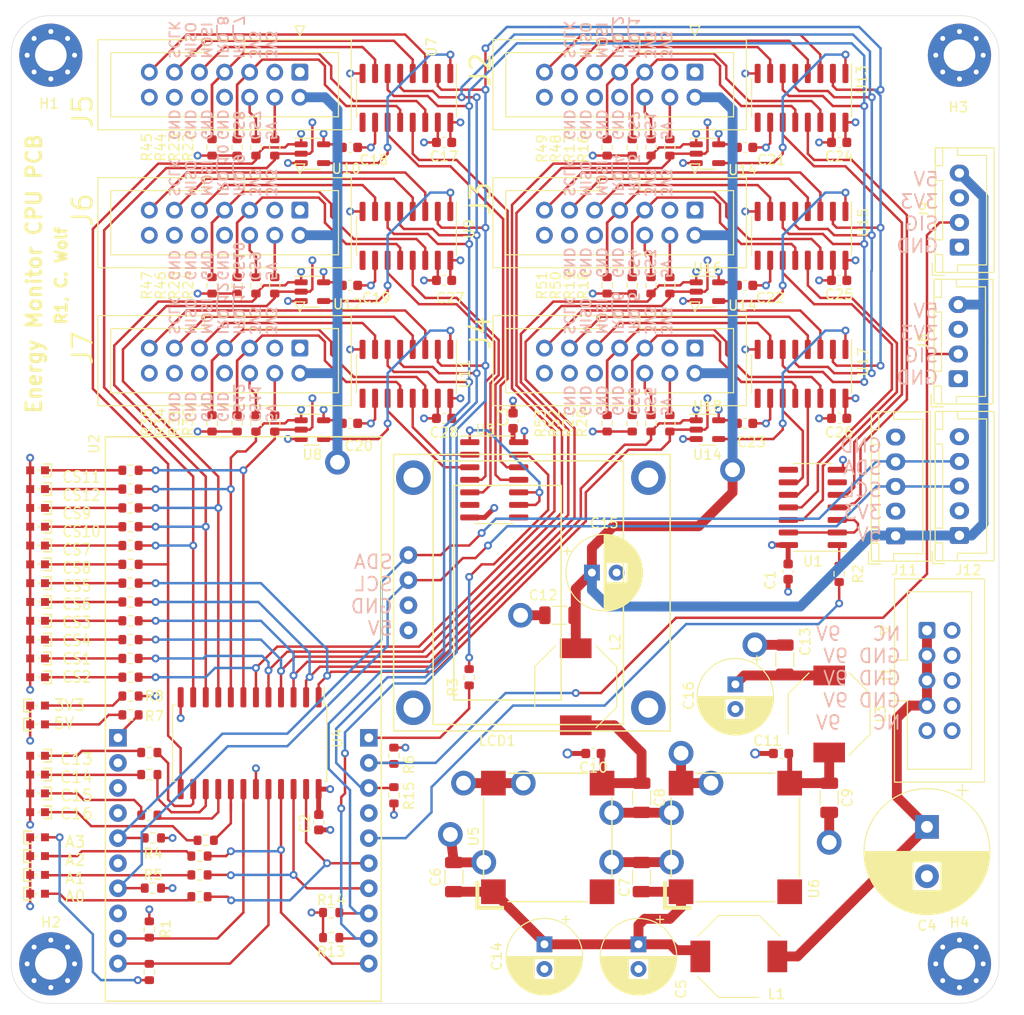
<source format=kicad_pcb>
(kicad_pcb (version 20221018) (generator pcbnew)
  (layers (0 "F.Cu" signal) (1 "In1.Cu" signal) (2 "In2.Cu" signal) (31 "B.Cu" signal) (34 "B.Paste" user) (35 "F.Paste" user) (36 "B.SilkS" user "B.Silkscreen") (37 "F.SilkS" user "F.Silkscreen") (38 "B.Mask" user) (39 "F.Mask" user) (44 "Edge.Cuts" user))
  (net 0 "")
  (net 1 "GND")
  (net 2 "+3.3V")
  (net 3 "Net-(U5-+VIn)")
  (net 4 "+9V")
  (net 5 "Net-(R2-Pad2)")
  (net 6 "Net-(U1-Pad13)")
  (net 7 "Net-(U5-+VOut)")
  (net 8 "Net-(U6-+VOut)")
  (net 9 "Net-(D1-A)")
  (net 10 "Net-(D2-A)")
  (net 11 "Net-(D3-A)")
  (net 12 "Net-(D4-A)")
  (net 13 "Net-(D5-A)")
  (net 14 "Net-(D6-A)")
  (net 15 "Net-(D7-K)")
  (net 16 "Net-(D8-K)")
  (net 17 "Net-(D9-K)")
  (net 18 "Net-(D10-K)")
  (net 19 "Net-(R3-Pad2)")
  (net 22 "+5V")
  (net 23 "/ESP1/1WIRE")
  (net 24 "/ESP1/~{CS_2}")
  (net 25 "/ESP1/~{CS_1}")
  (net 26 "/ESP1/SCLK")
  (net 27 "/ESP1/MISO")
  (net 28 "/ESP1/MOSI")
  (net 29 "/ESP1/IRQ_2")
  (net 30 "/ESP1/IRQ_1")
  (net 31 "/ESP1/IRQ_4")
  (net 32 "/ESP1/IRQ_3")
  (net 33 "/ESP1/~{CS_6}")
  (net 34 "/ESP1/~{CS_5}")
  (net 35 "/ESP1/IRQ_6")
  (net 36 "/ESP1/IRQ_5")
  (net 37 "/ESP1/~{CS_8}")
  (net 38 "/ESP1/~{CS_7}")
  (net 39 "/ESP1/IRQ_8")
  (net 40 "/ESP1/IRQ_7")
  (net 41 "/ESP1/~{CS_10}")
  (net 42 "/ESP1/~{CS_9}")
  (net 43 "/ESP1/IRQ_10")
  (net 44 "/ESP1/IRQ_9")
  (net 45 "/ESP1/IRQ_12")
  (net 46 "/ESP1/IRQ_11")
  (net 47 "Net-(U3-Pad1)")
  (net 48 "/ESP1/I2C_SCL")
  (net 49 "Net-(U2-GPIO33)")
  (net 50 "Net-(U2-GPIO39)")
  (net 51 "/ESP1/C13")
  (net 52 "/ESP1/C14")
  (net 53 "/ESP1/CS_EN")
  (net 54 "/ESP1/CS_A0")
  (net 55 "/ESP1/CS_A1")
  (net 56 "/ESP1/CS_A2")
  (net 57 "/ESP1/CS_A3")
  (net 58 "/ESP1/C15")
  (net 59 "/ESP1/C16")
  (net 60 "Net-(U13-O6b)")
  (net 61 "Net-(U13-O5b)")
  (net 62 "Net-(U17-O5b)")
  (net 63 "Net-(U17-O6b)")
  (net 64 "Net-(U15-O5b)")
  (net 65 "Net-(U15-O6b)")
  (net 71 "Net-(U7-O6b)")
  (net 72 "Net-(U7-O5b)")
  (net 73 "Net-(U11-O5b)")
  (net 74 "Net-(U11-O6b)")
  (net 75 "Net-(U9-O5b)")
  (net 76 "Net-(U9-O6b)")
  (net 79 "Net-(U7-OEa)")
  (net 81 "Net-(U9-OEa)")
  (net 83 "Net-(U11-OEa)")
  (net 85 "Net-(U13-OEa)")
  (net 87 "Net-(U15-OEa)")
  (net 89 "Net-(U17-OEa)")
  (net 91 "/ESP1/MOSI_1")
  (net 92 "/ESP1/MISO_1")
  (net 93 "/ESP1/SCLK_1")
  (net 94 "/ESP1/MOSI_2")
  (net 95 "/ESP1/MISO_2")
  (net 96 "/ESP1/SCLK_2")
  (net 97 "/ESP1/MOSI_3")
  (net 98 "/ESP1/MISO_3")
  (net 99 "/ESP1/SCLK_3")
  (net 100 "/ESP1/MOSI_4")
  (net 101 "/ESP1/MISO_4")
  (net 102 "/ESP1/SCLK_4")
  (net 103 "/ESP1/MOSI_5")
  (net 104 "/ESP1/MISO_5")
  (net 105 "/ESP1/SCLK_5")
  (net 106 "/ESP1/MOSI_6")
  (net 107 "/ESP1/MISO_6")
  (net 108 "/ESP1/SCLK_6")
  (net 109 "/ESP1/I2C_SDA")
  (net 110 "Net-(D11-K)")
  (net 111 "Net-(D12-K)")
  (net 112 "Net-(D13-K)")
  (net 113 "Net-(D14-K)")
  (net 114 "Net-(D15-K)")
  (net 115 "Net-(D16-K)")
  (net 116 "Net-(D17-K)")
  (net 117 "Net-(D18-K)")
  (net 118 "Net-(D19-K)")
  (net 119 "Net-(D20-K)")
  (net 120 "Net-(D21-K)")
  (net 121 "Net-(D22-K)")
  (net 122 "/ESP1/~{CS_4_R}")
  (net 123 "/ESP1/~{CS_3_R}")
  (net 124 "/ESP1/~{CS_11_R}")
  (net 125 "/ESP1/~{CS_12_R}")
  (net 126 "/ESP1/~{CS_5_R}")
  (net 127 "/ESP1/~{CS_6_R}")
  (net 128 "/ESP1/~{CS_9_R}")
  (net 129 "/ESP1/~{CS_10_R}")
  (net 130 "/ESP1/~{CS_4}")
  (net 131 "/ESP1/~{CS_3}")
  (net 132 "/ESP1/~{CS_7_R}")
  (net 133 "/ESP1/~{CS_8_R}")
  (net 134 "/ESP1/~{CS_11}")
  (net 135 "/ESP1/~{CS_12}")
  (footprint "Capacitor_SMD:C_0603_1608Metric" (layer "F.Cu") (at 118.653 96.284 -90)
    (fp_text reference "C1")
    (fp_text value "0.1 uF")
  )
  (footprint "Connector_IDC:IDC-Header_2x05_P2.54mm_Vertical" (layer "F.Cu") (at 132.71 102.23)
    (fp_text reference "J1")
    (fp_text value "Conn_02x05_Odd_Even")
  )
  (footprint "Package_SO:SOIC-24W_7.5x15.4mm_P1.27mm" (layer "F.Cu") (at 64.13 113.66 -90)
    (fp_text reference "U4")
    (fp_text value "74HC154")
  )
  (footprint "MountingHole:MountingHole_3.2mm_M3_Pad_Via" (layer "F.Cu") (at 44 44)
    (fp_text reference "H1")
    (fp_text value "MountingHole")
  )
  (footprint "MountingHole:MountingHole_3.2mm_M3_Pad_Via" (layer "F.Cu") (at 44 136)
    (fp_text reference "H2")
    (fp_text value "MountingHole")
  )
  (footprint "MountingHole:MountingHole_3.2mm_M3_Pad_Via" (layer "F.Cu") (at 136 44)
    (fp_text reference "H3")
    (fp_text value "MountingHole")
  )
  (footprint "MountingHole:MountingHole_3.2mm_M3_Pad_Via" (layer "F.Cu") (at 136 136)
    (fp_text reference "H4")
    (fp_text value "MountingHole")
  )
  (footprint "Resistor_SMD:R_0603_1608Metric" (layer "F.Cu") (at 86.355 106.98 90)
    (fp_text reference "R3")
    (fp_text value "330R")
  )
  (footprint "Resistor_SMD:R_0603_1608Metric" (layer "F.Cu") (at 53.97 132.52 -90)
    (fp_text reference "R1")
    (fp_text value "10K")
  )
  (footprint "Capacitor_SMD:C_1206_3216Metric" (layer "F.Cu") (at 84.81 127.2125 90)
    (fp_text reference "C6")
    (fp_text value "10 uF, 35V")
  )
  (footprint "Capacitor_SMD:C_1206_3216Metric" (layer "F.Cu") (at 103.81 127.2125 90)
    (fp_text reference "C7")
    (fp_text value "10 uF, 35V")
  )
  (footprint "Capacitor_SMD:C_1206_3216Metric" (layer "F.Cu") (at 103.81 119.1875 -90)
    (fp_text reference "C8")
    (fp_text value "22 uF")
  )
  (footprint "Capacitor_SMD:C_1206_3216Metric" (layer "F.Cu") (at 122.81 119.1875 -90)
    (fp_text reference "C9")
    (fp_text value "22 uF")
  )
  (footprint "Capacitor_SMD:C_0603_1608Metric" (layer "F.Cu") (at 98.935 114.7 180)
    (fp_text reference "C10")
    (fp_text value "0.1 uF")
  )
  (footprint "Capacitor_SMD:C_0603_1608Metric" (layer "F.Cu") (at 117.935 114.7 180)
    (fp_text reference "C11")
    (fp_text value "0.1 uF")
  )
  (footprint "custom:VXO78x-500-M" (layer "F.Cu") (at 113.31 123.2 90)
    (fp_text reference "U6")
    (fp_text value "VXO7803-500-M")
  )
  (footprint "Connector_IDC:IDC-Header_2x07_P2.54mm_Vertical" (layer "F.Cu") (at 109.215 59.685 -90)
    (fp_text reference "J3")
    (fp_text value "Conn_02x07_Odd_Even")
  )
  (footprint "Connector_IDC:IDC-Header_2x07_P2.54mm_Vertical" (layer "F.Cu") (at 109.215 73.655 -90)
    (fp_text reference "J4")
    (fp_text value "Conn_02x07_Odd_Even")
  )
  (footprint "Connector_IDC:IDC-Header_2x07_P2.54mm_Vertical" (layer "F.Cu") (at 69.21 73.655 -90)
    (fp_text reference "J7")
    (fp_text value "Conn_02x07_Odd_Even")
  )
  (footprint "Connector_IDC:IDC-Header_2x07_P2.54mm_Vertical" (layer "F.Cu") (at 69.21 59.685 -90)
    (fp_text reference "J6")
    (fp_text value "Conn_02x07_Odd_Even")
  )
  (footprint "Connector_IDC:IDC-Header_2x07_P2.54mm_Vertical" (layer "F.Cu") (at 69.21 45.715 -90)
    (fp_text reference "J5")
    (fp_text value "Conn_02x07_Odd_Even")
  )
  (footprint "Capacitor_THT:CP_Radial_D7.5mm_P2.50mm" (layer "F.Cu") (at 93.975 134.02 -90)
    (fp_text reference "C14")
    (fp_text value "CP1")
  )
  (footprint "Capacitor_THT:CP_Radial_D12.5mm_P5.00mm" (layer "F.Cu") (at 132.71 122.131041 -90)
    (fp_text reference "C4")
    (fp_text value "CP1")
  )
  (footprint "Capacitor_THT:CP_Radial_D7.5mm_P2.50mm" (layer "F.Cu") (at 103.5 134.02 -90)
    (fp_text reference "C5")
    (fp_text value "CP1")
  )
  (footprint "Inductor_SMD:L_Bourns-SRU8028_8.0x8.0mm" (layer "F.Cu") (at 113.66 135.25 180)
    (fp_text reference "L1")
    (fp_text value "47 uH")
  )
  (footprint "custom:VXO78x-500-M" (layer "F.Cu") (at 94.31 123.2 90)
    (fp_text reference "U5")
    (fp_text value "VXO7805-500-M")
  )
  (footprint "Capacitor_SMD:C_1206_3216Metric" (layer "F.Cu") (at 95.499 100.706 180)
    (fp_text reference "C12")
    (fp_text value "22 uF")
  )
  (footprint "Inductor_SMD:L_Bourns-SRU8028_8.0x8.0mm" (layer "F.Cu") (at 97.15 107.945 90)
    (fp_text reference "L2")
    (fp_text value "47 uH")
  )
  (footprint "Capacitor_THT:CP_Radial_D7.5mm_P2.50mm" (layer "F.Cu") (at 98.782606 96.388)
    (fp_text reference "C15")
    (fp_text value "CP1")
  )
  (footprint "Capacitor_THT:CP_Radial_D7.5mm_P2.50mm" (layer "F.Cu") (at 113.31 107.7 -90)
    (fp_text reference "C16")
    (fp_text value "CP1")
  )
  (footprint "Inductor_SMD:L_Bourns-SRU8028_8.0x8.0mm" (layer "F.Cu") (at 122.81 110.7 90)
    (fp_text reference "L3")
    (fp_text value "47 uH")
  )
  (footprint "Capacitor_SMD:C_1206_3216Metric" (layer "F.Cu") (at 118.31 105.2 90)
    (fp_text reference "C13")
    (fp_text value "22 uF")
  )
  (footprint "Connector_IDC:IDC-Header_2x07_P2.54mm_Vertical" (layer "F.Cu") (at 109.215 45.715 -90)
    (fp_text reference "J2")
    (fp_text value "Conn_02x07_Odd_Even")
  )
  (footprint "Capacitor_SMD:C_0603_1608Metric" (layer "F.Cu") (at 90.8 81.008 90)
    (fp_text reference "C3")
    (fp_text value "0.1 uF")
  )
  (footprint "Capacitor_SMD:C_0603_1608Metric" (layer "F.Cu") (at 71.13 121.66 -90)
    (fp_text reference "C2")
    (fp_text value "0.1 uF")
  )
  (footprint "Resistor_SMD:R_0603_1608Metric" (layer "F.Cu") (at 54.33125 123.25275 180)
    (fp_text reference "R4")
    (fp_text value "2.2K")
  )
  (footprint "Resistor_SMD:R_0603_1608Metric" (layer "F.Cu") (at 54.33125 128.33275 180)
    (fp_text reference "R5")
    (fp_text value "2.2K")
  )
  (footprint "Package_SO:SOIC-14_3.9x8.7mm_P1.27mm" (layer "F.Cu") (at 88.895 86.99)
    (fp_text reference "U3")
    (fp_text value "4072")
  )
  (footprint "custom:12864-DISP-I2C" (layer "F.Cu") (at 80.205 98.42 90)
    (fp_text reference "LCD1")
    (fp_text value "0.96\"-SSD1306-DISP-I2C")
  )
  (footprint "Energy Monitor - ESP32 PCB:ESP32-POE" (layer "F.Cu") (at 63.495 82.6325 180)
    (fp_text reference "U2")
    (fp_text value "ESP32-POE Module")
  )
  (footprint "Package_SO:SOIC-14_3.9x8.7mm_P1.27mm" (layer "F.Cu") (at 121.153 89.784 180)
    (fp_text reference "U1")
    (fp_text value "4072")
  )
  (footprint "Resistor_SMD:R_0603_1608Metric" (layer "F.Cu") (at 123.82 96.515 90)
    (fp_text reference "R2")
    (fp_text value "330R")
  )
  (footprint "Connector_JST:JST_XH_B4B-XH-A_1x04_P2.50mm_Vertical" (layer "F.Cu") (at 135.885 76.75 90)
    (fp_text reference "J8")
    (fp_text value "Conn_01x04")
  )
  (footprint "Connector_JST:JST_XH_B4B-XH-A_1x04_P2.50mm_Vertical" (layer "F.Cu") (at 135.995 63.435 90)
    (fp_text reference "J9")
    (fp_text value "Conn_01x04")
  )
  (footprint "Resistor_SMD:R_0603_1608Metric" (layer "F.Cu") (at 78.735 114.93 -90)
    (fp_text reference "R6")
    (fp_text value "10K")
  )
  (footprint "Connector_JST:JST_XH_B5B-XH-A_1x05_P2.50mm_Vertical" (layer "F.Cu") (at 129.535 92.665 90)
    (fp_text reference "J11")
    (fp_text value "Conn_01x05")
  )
  (footprint "Connector_JST:JST_XH_B5B-XH-A_1x05_P2.50mm_Vertical" (layer "F.Cu") (at 135.995 92.625 90)
    (fp_text reference "J12")
    (fp_text value "Conn_01x05")
  )
  (footprint "custom:CHIPLED_0603" (layer "F.Cu") (at 42.655 123.185 90)
    (fp_text reference "D6" hide)
    (fp_text value "LED" hide)
  )
  (footprint "Resistor_SMD:R_0603_1608Metric" (layer "F.Cu") (at 59.05 125.09 180)
    (fp_text reference "R28" hide)
    (fp_text value "1K")
  )
  (footprint "custom:CHIPLED_0603" (layer "F.Cu") (at 42.655 106.98 -90)
    (fp_text reference "D16" hide)
    (fp_text value "LED" hide)
  )
  (footprint "Package_SO:SOIC-16_3.9x9.9mm_P1.27mm" (layer "F.Cu") (at 120.01 62.29 -90)
    (fp_text reference "U15")
    (fp_text value "74LS367")
  )
  (footprint "custom:CHIPLED_0603" (layer "F.Cu") (at 42.655 97.455 -90)
    (fp_text reference "D11" hide)
    (fp_text value "LED" hide)
  )
  (footprint "Package_SO:SOIC-16_3.9x9.9mm_P1.27mm" (layer "F.Cu") (at 80.005 48.32 -90)
    (fp_text reference "U7")
    (fp_text value "74LS367")
  )
  (footprint "Package_TO_SOT_SMD:SOT-23-5" (layer "F.Cu") (at 110.485 53.97)
    (fp_text reference "U14")
    (fp_text value "74AHC1G08")
  )
  (footprint "Resistor_SMD:R_0603_1608Metric" (layer "F.Cu") (at 104.77 53.335 90)
    (fp_text reference "R17")
    (fp_text value "100R")
  )
  (footprint "Capacitor_SMD:C_0603_1608Metric" (layer "F.Cu") (at 74.29 67.305)
    (fp_text reference "C19")
    (fp_text value "0.1 uF")
  )
  (footprint "Resistor_SMD:R_0603_1608Metric" (layer "F.Cu") (at 59.05 126.995 180)
    (fp_text reference "R27" hide)
    (fp_text value "1K")
  )
  (footprint "Package_SO:SOIC-16_3.9x9.9mm_P1.27mm" (layer "F.Cu") (at 120.01 76.26 -90)
    (fp_text reference "U17")
    (fp_text value "74LS367")
  )
  (footprint "Resistor_SMD:R_0603_1608Metric" (layer "F.Cu") (at 53.97 120.95)
    (fp_text reference "R42" hide)
    (fp_text value "1K")
  )
  (footprint "Resistor_SMD:R_0603_1608Metric" (layer "F.Cu") (at 52.065 101.265)
    (fp_text reference "R11" hide)
    (fp_text value "1K")
  )
  (footprint "custom:CHIPLED_0603" (layer "F.Cu") (at 42.655 91.74 -90)
    (fp_text reference "D20" hide)
    (fp_text value "LED" hide)
  )
  (footprint "Resistor_SMD:R_0603_1608Metric" (layer "F.Cu") (at 64.765 81.275 90)
    (fp_text reference "R31")
    (fp_text value "100R")
  )
  (footprint "Resistor_SMD:R_0603_1608Metric" (layer "F.Cu") (at 100.325 81.275 -90)
    (fp_text reference "R53")
    (fp_text value "22K")
  )
  (footprint "Resistor_SMD:R_0603_1608Metric" (layer "F.Cu") (at 62.86 81.275 -90)
    (fp_text reference "R34")
    (fp_text value "22K")
  )
  (footprint "Resistor_SMD:R_0603_1608Metric" (layer "F.Cu") (at 102.865 67.305 -90)
    (fp_text reference "R50")
    (fp_text value "22K")
  )
  (footprint "custom:CHIPLED_0603" (layer "F.Cu") (at 42.655 89.835 -90)
    (fp_text reference "D19" hide)
    (fp_text value "LED" hide)
  )
  (footprint "Resistor_SMD:R_0603_1608Metric" (layer "F.Cu") (at 52.065 99.36)
    (fp_text reference "R10" hide)
    (fp_text value "1K")
  )
  (footprint "Capacitor_SMD:C_0603_1608Metric" (layer "F.Cu") (at 123.82 80.767 180)
    (fp_text reference "C26")
    (fp_text value "0.1 uF")
  )
  (footprint "Package_TO_SOT_SMD:SOT-23-5" (layer "F.Cu") (at 70.48 53.97)
    (fp_text reference "U10")
    (fp_text value "74AHC1G08")
  )
  (footprint "Package_SO:SOIC-16_3.9x9.9mm_P1.27mm" (layer "F.Cu") (at 80.005 76.26 -90)
    (fp_text reference "U11")
    (fp_text value "74LS367")
  )
  (footprint "custom:CHIPLED_0603" (layer "F.Cu") (at 42.655 118.74 -90)
    (fp_text reference "D9" hide)
    (fp_text value "LED" hide)
  )
  (footprint "Resistor_SMD:R_0603_1608Metric" (layer "F.Cu") (at 62.86 53.335 -90)
    (fp_text reference "R44")
    (fp_text value "22K")
  )
  (footprint "custom:CHIPLED_0603" (layer "F.Cu") (at 42.655 120.645 -90)
    (fp_text reference "D10" hide)
    (fp_text value "LED" hide)
  )
  (footprint "Resistor_SMD:R_0603_1608Metric" (layer "F.Cu") (at 102.865 53.335 -90)
    (fp_text reference "R48")
    (fp_text value "22K")
  )
  (footprint "Resistor_SMD:R_0603_1608Metric" (layer "F.Cu") (at 78.735 118.93 -90)
    (fp_text reference "R15")
    (fp_text value "49.9K")
  )
  (footprint "custom:CHIPLED_0603" (layer "F.Cu") (at 42.655 116.835 -90)
    (fp_text reference "D8" hide)
    (fp_text value "LED" hide)
  )
  (footprint "Resistor_SMD:R_0603_1608Metric" (layer "F.Cu") (at 52.065 95.55)
    (fp_text reference "R55" hide)
    (fp_text value "1K")
  )
  (footprint "Resistor_SMD:R_0603_1608Metric" (layer "F.Cu") (at 52.065 108.885 180)
    (fp_text reference "R8")
    (fp_text value "1K")
  )
  (footprint "Resistor_SMD:R_0603_1608Metric" (layer "F.Cu") (at 53.97 136.825 -90)
    (fp_text reference "R29" hide)
    (fp_text value "1K")
  )
  (footprint "Resistor_SMD:R_0603_1608Metric" (layer "F.Cu") (at 60.32 81.275 -90)
    (fp_text reference "R35")
    (fp_text value "22K")
  )
  (footprint "custom:CHIPLED_0603" (layer "F.Cu") (at 42.655 87.93 -90)
    (fp_text reference "D18" hide)
    (fp_text value "LED" hide)
  )
  (footprint "Resistor_SMD:R_0603_1608Metric" (layer "F.Cu") (at 100.325 67.305 -90)
    (fp_text reference "R51")
    (fp_text value "22K")
  )
  (footprint "custom:CHIPLED_0603" (layer "F.Cu") (at 42.655 125.09 90)
    (fp_text reference "D5" hide)
    (fp_text value "LED" hide)
  )
  (footprint "Capacitor_SMD:C_0603_1608Metric" (layer "F.Cu") (at 83.815 66.797 180)
    (fp_text reference "C27")
    (fp_text value "0.1 uF")
  )
  (footprint "Resistor_SMD:R_0603_1608Metric" (layer "F.Cu") (at 53.97 114.6)
    (fp_text reference "R40" hide)
    (fp_text value "1K")
  )
  (footprint "Resistor_SMD:R_0603_1608Metric" (layer "F.Cu") (at 59.685 123.49)
    (fp_text reference "R43" hide)
    (fp_text value "1K")
  )
  (footprint "Resistor_SMD:R_0603_1608Metric" (layer "F.Cu") (at 52.065 110.79 180)
    (fp_text reference "R7")
    (fp_text value "1K")
  )
  (footprint "custom:CHIPLED_0603" (layer "F.Cu") (at 42.655 126.995 90)
    (fp_text reference "D4" hide)
    (fp_text value "LED" hide)
  )
  (footprint "Resistor_SMD:R_0603_1608Metric" (layer "F.Cu") (at 104.77 81.275 90)
    (fp_text reference "R21")
    (fp_text value "100R")
  )
  (footprint "Capacitor_SMD:C_0603_1608Metric" (layer "F.Cu") (at 114.295 81.275)
    (fp_text reference "C23")
    (fp_text value "0.1 uF")
  )
  (footprint "Resistor_SMD:R_0603_1608Metric" (layer "F.Cu") (at 60.32 67.305 -90)
    (fp_text reference "R47")
    (fp_text value "22K")
  )
  (footprint "custom:CHIPLED_0603" (layer "F.Cu") (at 42.655 101.265 -90)
    (fp_text reference "D13" hide)
    (fp_text value "LED" hide)
  )
  (footprint "Package_SO:SOIC-16_3.9x9.9mm_P1.27mm" (layer "F.Cu") (at 80.005 62.29 -90)
    (fp_text reference "U9")
    (fp_text value "74LS367")
  )
  (footprint "Capacitor_SMD:C_0603_1608Metric" (layer "F.Cu") (at 74.29 81.275)
    (fp_text reference "C20")
    (fp_text value "0.1 uF")
  )
  (footprint "Resistor_SMD:R_0603_1608Metric" (layer "F.Cu") (at 52.065 106.98)
    (fp_text reference "R33" hide)
    (fp_text value "1K")
  )
  (footprint "Resistor_SMD:R_0603_1608Metric" (layer "F.Cu") (at 100.325 53.335 -90)
    (fp_text reference "R49")
    (fp_text value "22K")
  )
  (footprint "Resistor_SMD:R_0603_1608Metric" (layer "F.Cu") (at 106.675 53.335 90)
    (fp_text reference "R16")
    (fp_text value "100R")
  )
  (footprint "Resistor_SMD:R_0603_1608Metric" (layer "F.Cu") (at 52.065 89.835)
    (fp_text reference "R38" hide)
    (fp_text value "1K")
  )
  (footprint "Resistor_SMD:R_0603_1608Metric" (layer "F.Cu") (at 52.065 103.17)
    (fp_text reference "R12" hide)
    (fp_text value "1K")
  )
  (footprint "Capacitor_SMD:C_0603_1608Metric" (layer "F.Cu") (at 74.29 53.335)
    (fp_text reference "C18")
    (fp_text value "0.1 uF")
  )
  (footprint "Resistor_SMD:R_0603_1608Metric" (layer "F.Cu") (at 62.86 67.305 -90)
    (fp_text reference "R46")
    (fp_text value "22K")
  )
  (footprint "Resistor_SMD:R_0603_1608Metric" (layer "F.Cu") (at 52.065 105.075)
    (fp_text reference "R32" hide)
    (fp_text value "1K")
  )
  (footprint "Resistor_SMD:R_0603_1608Metric" (layer "F.Cu") (at 59.05 129.205 180)
    (fp_text reference "R26" hide)
    (fp_text value "1K")
  )
  (footprint "Resistor_SMD:R_0603_1608Metric" (layer "F.Cu") (at 66.67 53.335 90)
    (fp_text reference "R22")
    (fp_text value "100R")
  )
  (footprint "Resistor_SMD:R_0603_1608Metric" (layer "F.Cu") (at 52.065 93.645)
    (fp_text reference "R54" hide)
    (fp_text value "1K")
  )
  (footprint "Capacitor_SMD:C_0603_1608Metric" (layer "F.Cu") (at 83.815 80.767 180)
    (fp_text reference "C28")
    (fp_text value "0.1 uF")
  )
  (footprint "Resistor_SMD:R_0603_1608Metric" (layer "F.Cu") (at 52.065 91.74)
    (fp_text reference "R39" hide)
    (fp_text value "1K")
  )
  (footprint "Resistor_SMD:R_0603_1608Metric" (layer "F.Cu") (at 64.765 53.335 90)
    (fp_text reference "R23")
    (fp_text value "100R")
  )
  (footprint "Resistor_SMD:R_0603_1608Metric" (layer "F.Cu") (at 66.67 67.305 90)
    (fp_text reference "R24")
    (fp_text value "100R")
  )
  (footprint "Package_TO_SOT_SMD:SOT-23-5" (layer "F.Cu") (at 70.48 81.91)
    (fp_text reference "U8")
    (fp_text value "74AHC1G08")
  )
  (footprint "custom:CHIPLED_0603" (layer "F.Cu") (at 42.655 109.85 90)
    (fp_text reference "D2" hide)
    (fp_text value "LED" hide)
  )
  (footprint "Capacitor_SMD:C_0603_1608Metric" (layer "F.Cu") (at 114.295 67.305)
    (fp_text reference "C22")
    (fp_text value "0.1 uF")
  )
  (footprint "Resistor_SMD:R_0603_1608Metric" (layer "F.Cu") (at 52.065 97.455)
    (fp_text reference "R9" hide)
    (fp_text value "1K")
  )
  (footprint "Resistor_SMD:R_0603_1608Metric" (layer "F.Cu") (at 66.67 81.275 90)
    (fp_text reference "R30")
    (fp_text value "100R")
  )
  (footprint "Capacitor_SMD:C_0603_1608Metric" (layer "F.Cu") (at 83.815 52.827 180)
    (fp_text reference "C17")
    (fp_text value "0.1 uF")
  )
  (footprint "custom:CHIPLED_0603" (layer "F.Cu") (at 42.655 99.36 -90)
    (fp_text reference "D12" hide)
    (fp_text value "LED" hide)
  )
  (footprint "Resistor_SMD:R_0603_1608Metric" (layer "F.Cu") (at 60.32 53.335 -90)
    (fp_text reference "R45")
    (fp_text value "22K")
  )
  (footprint "Resistor_SMD:R_0603_1608Metric" (layer "F.Cu") (at 53.97 116.835)
    (fp_text reference "R41" hide)
    (fp_text value "1K")
  )
  (footprint "Package_TO_SOT_SMD:SOT-23-5" (layer "F.Cu") (at 70.48 67.94)
    (fp_text reference "U12")
    (fp_text value "74AHC1G08")
  )
  (footprint "custom:CHIPLED_0603" (layer "F.Cu") (at 42.655 111.755 90)
    (fp_text reference "D1" hide)
    (fp_text value "LED" hide)
  )
  (footprint "Resistor_SMD:R_0603_1608Metric" (layer "F.Cu") (at 106.675 81.275 90)
    (fp_text reference "R20")
    (fp_text value "100R")
  )
  (footprint "Resistor_SMD:R_0603_1608Metric" (layer "F.Cu") (at 106.675 67.305 90)
    (fp_text reference "R18")
    (fp_text value "100R")
  )
  (footprint "custom:CHIPLED_0603" (layer "F.Cu") (at 42.655 114.93 -90)
    (fp_text reference "D7" hide)
    (fp_text value "LED" hide)
  )
  (footprint "Package_TO_SOT_SMD:SOT-23-5" (layer "F.Cu") (at 110.485 81.91)
    (fp_text reference "U18")
    (fp_text value "74AHC1G08")
  )
  (footprint "custom:CHIPLED_0603" (layer "F.Cu") (at 42.655 103.17 -90)
    (fp_text reference "D14" hide)
    (fp_text value "LED" hide)
  )
  (footprint "custom:CHIPLED_0603" (layer "F.Cu") (at 42.655 105.075 -90)
    (fp_text reference "D15" hide)
    (fp_text value "LED" hide)
  )
  (footprint "Resistor_SMD:R_0603_1608Metric" (layer "F.Cu") (at 102.865 81.275 -90)
    (fp_text reference "R52")
    (fp_text value "22K")
  )
  (footprint "Resistor_SMD:R_0603_1608Metric" (layer "F.Cu") (at 52.065 87.93)
    (fp_text reference "R37" hide)
    (fp_text value "1K")
  )
  (footprint "Resistor_SMD:R_0603_1608Metric" (layer "F.Cu") (at 104.77 67.305 90)
    (fp_text reference "R19")
    (fp_text value "100R")
  )
  (footprint "custom:CHIPLED_0603" (layer "F.Cu") (at 42.655 86.025 -90)
    (fp_text reference "D17" hide)
    (fp_text value "LED" hide)
  )
  (footprint "Capacitor_SMD:C_0603_1608Metric" (layer "F.Cu") (at 114.295 53.335)
    (fp_text reference "C21")
    (fp_text value "0.1 uF")
  )
  (footprint "custom:CHIPLED_0603" (layer "F.Cu") (at 42.655 93.645 -90)
    (fp_text reference "D21" hide)
    (fp_text value "LED" hide)
  )
  (footprint "Resistor_SMD:R_0603_1608Metric" (layer "F.Cu") (at 72.385 133.345 180)
    (fp_text reference "R13")
    (fp_text value "49.9K")
  )
  (footprint "Resistor_SMD:R_0603_1608Metric" (layer "F.Cu") (at 72.385 130.805 180)
    (fp_text reference "R14")
    (fp_text value "49.9K")
  )
  (footprint "Package_SO:SOIC-16_3.9x9.9mm_P1.27mm" (layer "F.Cu") (at 120.01 48.32 -90)
    (fp_text reference "U13")
    (fp_text value "74LS367")
  )
  (footprint "custom:CHIPLED_0603" (layer "F.Cu") (at 42.655 95.55 -90)
    (fp_text reference "D22" hide)
    (fp_text value "LED" hide)
  )
  (footprint "custom:CHIPLED_0603" (layer "F.Cu") (at 42.655 128.9 90)
    (fp_text reference "D3" hide)
    (fp_text value "LED" hide)
  )
  (footprint "Resistor_SMD:R_0603_1608Metric" (layer "F.Cu") (at 64.765 67.305 90)
    (fp_text reference "R25")
    (fp_text value "100R")
  )
  (footprint "Resistor_SMD:R_0603_1608Metric" (layer "F.Cu") (at 52.065 86.025)
    (fp_text reference "R36" hide)
    (fp_text value "1K")
  )
  (footprint "Capacitor_SMD:C_0603_1608Metric" (layer "F.Cu") (at 123.82 52.827 180)
    (fp_text reference "C24")
    (fp_text value "0.1 uF")
  )
  (footprint "Capacitor_SMD:C_0603_1608Metric" (layer "F.Cu") (at 123.82 66.797 180)
    (fp_text reference "C25")
    (fp_text value "0.1 uF")
  )
  (footprint "Package_TO_SOT_SMD:SOT-23-5" (layer "F.Cu") (at 110.485 67.94)
    (fp_text reference "U16")
    (fp_text value "74AHC1G08")
  )
  (gr_line (start 136.19 40) (end 43.81 40) (stroke (width 0.05)) (layer "Edge.Cuts"))
  (gr_line (start 140 136.19) (end 140 43.81) (stroke (width 0.05)) (layer "Edge.Cuts"))
  (gr_arc (start 136.19 40) (mid 138.884077 41.115923) (end 140 43.81) (stroke (width 0.05)) (layer "Edge.Cuts"))
  (gr_arc (start 40 43.81) (mid 41.115923 41.115923) (end 43.81 40) (stroke (width 0.05)) (layer "Edge.Cuts"))
  (gr_line (start 43.81 140) (end 136.19 140) (stroke (width 0.05)) (layer "Edge.Cuts"))
  (gr_arc (start 140 136.19) (mid 138.884077 138.884077) (end 136.19 140) (stroke (width 0.05)) (layer "Edge.Cuts"))
  (gr_line (start 40 43.81) (end 40 136.19) (stroke (width 0.05)) (layer "Edge.Cuts"))
  (gr_arc (start 43.81 140) (mid 41.115923 138.884077) (end 40 136.19) (stroke (width 0.05)) (layer "Edge.Cuts"))
  (gr_text "5V\n3V3\nSIG\nGND" (at 133.98 64.13) (layer "B.SilkS") (effects (font (size 1.397 1.397) (thickness 0.1778)) (justify left bottom mirror)))
  (gr_text "GND\nSDA\nSCL\n3V3\n5V" (at 128.265 93.34) (layer "B.SilkS") (effects (font (size 1.397 1.397) (thickness 0.1778)) (justify left bottom mirror)))
  (gr_text "3V3\n3V3\nIRQ_1\nIRQ_2\nMOSI\nMISO\nSCLK" (at 95.88 44.445 270) (layer "B.SilkS") (effects (font (size 1.016 1.016) (thickness 0.1778)) (justify left bottom mirror)))
  (gr_text "3V3\n3V3\nIRQ_11\nIRQ_12\nMOSI\nMISO\nSCLK" (at 55.875 72.385 270) (layer "B.SilkS") (effects (font (size 1.016 1.016) (thickness 0.1778)) (justify left bottom mirror)))
  (gr_text "5V\nCS3\nCS4\nGND\nGND\nGND\nGND" (at 95.88 66.67 270) (layer "B.SilkS") (effects (font (size 1.016 1.016) (thickness 0.1778)) (justify left bottom mirror)))
  (gr_text "5V\nCS11\nCS12\nGND\nGND\nGND\nGND" (at 55.875 81.275 270) (layer "B.SilkS") (effects (font (size 1.016 1.016) (thickness 0.1778)) (justify left bottom mirror)))
  (gr_text "3V3\n3V3\nIRQ_9\nIRQ_10\nMOSI\nMISO\nSCLK" (at 55.875 58.415 270) (layer "B.SilkS") (effects (font (size 1.016 1.016) (thickness 0.1778)) (justify left bottom mirror)))
  (gr_text "3V3\n3V3\nIRQ_7\nIRQ_8\nMOSI\nMISO\nSCLK" (at 55.875 44.445 270) (layer "B.SilkS") (effects (font (size 1.016 1.016) (thickness 0.1778)) (justify left bottom mirror)))
  (gr_text "5V\nCS9\nCS10\nGND\nGND\nGND\nGND" (at 55.875 66.924 270) (layer "B.SilkS") (effects (font (size 1.016 1.016) (thickness 0.1778)) (justify left bottom mirror)))
  (gr_text "3V3\n3V3\nIRQ_3\nIRQ_4\nMOSI\nMISO\nSCLK" (at 95.88 58.415 270) (layer "B.SilkS") (effects (font (size 1.016 1.016) (thickness 0.1778)) (justify left bottom mirror)))
  (gr_text "5V\nCS5\nCS6\nGND\nGND\nGND\nGND" (at 95.88 80.64 270) (layer "B.SilkS") (effects (font (size 1.016 1.016) (thickness 0.1778)) (justify left bottom mirror)))
  (gr_text "SDA\nSCL\nGND\n5V" (at 78.735 102.865) (layer "B.SilkS") (effects (font (size 1.397 1.397) (thickness 0.1778)) (justify left bottom mirror)))
  (gr_text "5V\nCS1\nCS2\nGND\nGND\nGND\nGND" (at 95.88 52.7 270) (layer "B.SilkS") (effects (font (size 1.016 1.016) (thickness 0.1778)) (justify left bottom mirror)))
  (gr_text "3V3\n3V3\nIRQ_5\nIRQ_6\nMOSI\nMISO\nSCLK" (at 95.88 72.385 270) (layer "B.SilkS") (effects (font (size 1.016 1.016) (thickness 0.1778)) (justify left bottom mirror)))
  (gr_text "NC   9V\nGND 9V\nGND 9V\nGND 9V\nNC   9V\n" (at 130.17 112.39) (layer "B.SilkS") (effects (font (size 1.397 1.397) (thickness 0.1778)) (justify left bottom mirror)))
  (gr_text "5V\n3V3\nSIG\nGND" (at 133.98 77.465) (layer "B.SilkS") (effects (font (size 1.397 1.397) (thickness 0.1778)) (justify left bottom mirror)))
  (gr_text "5V\nCS7\nCS8\nGND\nGND\nGND\nGND" (at 55.875 52.7 270) (layer "B.SilkS") (effects (font (size 1.016 1.016) (thickness 0.1778)) (justify left bottom mirror)))
  (gr_text "R1, C. Wolf" (at 45.715 71.42 90) (layer "F.SilkS") (effects (font (size 1.143 1.143) (thickness 0.28575) bold) (justify left bottom)))
  (gr_text "U14" (at 114.041 69.337) (layer "F.SilkS") (effects (font (size 1 1))))
  (gr_text "CS11\nCS12\nCS9\nCS10\nCS7\nCS8\nCS5\nCS6\nCS3\nCS4\nCS1\nCS2" (at 45.08 107.615) (layer "F.SilkS") (effects (font (size 1.143 1)) (justify left bottom)))
  (gr_text "A3\nA2\nA1\nA0" (at 45.334 129.84) (layer "F.SilkS") (effects (font (size 1.143 1.143)) (justify left bottom)))
  (gr_text "3V3\n5V" (at 44.191 112.314) (layer "F.SilkS") (effects (font (size 1.143 1.143)) (justify left bottom)))
  (gr_text "C13\nC14\nC15\nC16" (at 44.826 121.458) (layer "F.SilkS") (effects (font (size 1.143 1.143)) (justify left bottom)))
  (gr_text "U14" (at 110.485 84.45) (layer "F.SilkS") (effects (font (size 1 1))))
  (gr_text "Energy Monitor CPU PCB" (at 43.175 80.437 90) (layer "F.SilkS") (effects (font (size 1.5 1.5) (thickness 0.3) bold) (justify left bottom)))
  (segment (start 115.81 114.7) (end 115.81 114.7) (width 0.5) (layer "F.Cu") (net 1))
  (segment (start 98.06 114.7) (end 96.31 114.7) (width 0.5) (layer "F.Cu") (net 1))
  (segment (start 118.31 103.7) (end 115.285 103.7) (width 1) (layer "F.Cu") (net 1))
  (segment (start 90.8 80.133) (end 90.8 78.968) (width 0.5) (layer "F.Cu") (net 1))
  (segment (start 118.653 97.159) (end 118.653 98.324) (width 0.5) (layer "F.Cu") (net 1))
  (segment (start 123.185 78.735) (end 123.185 80.627) (width 0.25) (layer "F.Cu") (net 1))
  (segment (start 62.86 68.13) (end 58.86 68.13) (width 0.25) (layer "F.Cu") (net 1))
  (segment (start 64.765 118.31) (end 64.765 116.2) (width 0.25) (layer "F.Cu") (net 1))
  (segment (start 115.565 45.845) (end 114.308 45.845) (width 0.25) (layer "F.Cu") (net 1))
  (segment (start 116.835 64.765) (end 116.835 66.8815) (width 0.25) (layer "F.Cu") (net 1))
  (segment (start 116.835 50.795) (end 116.835 52.9115) (width 0.25) (layer "F.Cu") (net 1))
  (segment (start 71.13 122.435) (end 72.295 122.435) (width 0.5) (layer "F.Cu") (net 1))
  (segment (start 83.18 64.765) (end 83.18 66.657) (width 0.25) (layer "F.Cu") (net 1))
  (segment (start 84.81 125.725) (end 87.835 125.725) (width 1) (layer "F.Cu") (net 1))
  (segment (start 102.865 54.16) (end 98.865 54.16) (width 0.25) (layer "F.Cu") (net 1))
  (segment (start 69.3425 54.92) (end 68.012 54.92) (width 0.25) (layer "F.Cu") (net 1))
  (segment (start 76.83 52.9115) (end 76.401 53.3405) (width 0.25) (layer "F.Cu") (net 1))
  (segment (start 117.06 114.7) (end 115.31 114.7) (width 0.5) (layer "F.Cu") (net 1))
  (segment (start 69.3425 82.86) (end 68.012 82.86) (width 0.25) (layer "F.Cu") (net 1))
  (segment (start 71.56 130.805) (end 70.395 130.805) (width 0.25) (layer "F.Cu") (net 1))
  (segment (start 62.86 54.16) (end 58.86 54.16) (width 0.25) (layer "F.Cu") (net 1))
  (segment (start 75.065 67.305) (end 76.3955 67.305) (width 0.25) (layer "F.Cu") (net 1))
  (segment (start 123.185 66.657) (end 123.045 66.797) (width 0.25) (layer "F.Cu") (net 1))
  (segment (start 123.045 80.767) (end 121.788 80.767) (width 0.25) (layer "F.Cu") (net 1))
  (segment (start 103.81 125.7) (end 100.785 125.7) (width 1) (layer "F.Cu") (net 1))
  (segment (start 123.185 64.765) (end 123.185 66.657) (width 0.25) (layer "F.Cu") (net 1))
  (segment (start 116.835 66.8815) (end 116.406 67.3105) (width 0.25) (layer "F.Cu") (net 1))
  (segment (start 91.562 100.706) (end 94.024 100.706) (width 1) (layer "F.Cu") (net 1))
  (segment (start 123.185 50.795) (end 123.185 52.687) (width 0.25) (layer "F.Cu") (net 1))
  (segment (start 41.905 123.185) (end 41.905 128.9) (width 0.25) (layer "F.Cu") (net 1))
  (segment (start 102.865 82.1) (end 98.865 82.1) (width 0.25) (layer "F.Cu") (net 1))
  (segment (start 76.83 66.8815) (end 76.401 67.3105) (width 0.25) (layer "F.Cu") (net 1))
  (segment (start 115.565 59.815) (end 114.308 59.815) (width 0.25) (layer "F.Cu") (net 1))
  (segment (start 75.065 53.335) (end 76.3955 53.335) (width 0.25) (layer "F.Cu") (net 1))
  (segment (start 115.565 73.785) (end 114.308 73.785) (width 0.25) (layer "F.Cu") (net 1))
  (segment (start 123.045 66.797) (end 121.788 66.797) (width 0.25) (layer "F.Cu") (net 1))
  (segment (start 41.905 128.9) (end 41.905 130.17) (width 0.25) (layer "F.Cu") (net 1))
  (segment (start 75.56 45.845) (end 74.303 45.845) (width 0.25) (layer "F.Cu") (net 1))
  (segment (start 88.895 89.835) (end 87.93 90.8) (width 0.5) (layer "F.Cu") (net 1))
  (segment (start 109.3475 68.89) (end 108.017 68.89) (width 0.25) (layer "F.Cu") (net 1))
  (segment (start 78.735 119.755) (end 78.735 120.92) (width 0.25) (layer "F.Cu") (net 1))
  (segment (start 83.18 80.627) (end 83.04 80.767) (width 0.25) (layer "F.Cu") (net 1))
  (segment (start 83.18 78.735) (end 83.18 80.627) (width 0.25) (layer "F.Cu") (net 1))
  (segment (start 83.18 50.795) (end 83.18 52.687) (width 0.25) (layer "F.Cu") (net 1))
  (segment (start 84.81 125.7) (end 84.45 122.9) (width 1) (layer "F.Cu") (net 1))
  (segment (start 103.81 120.7) (end 100.785 120.7) (width 1) (layer "F.Cu") (net 1))
  (segment (start 107.81 117.7) (end 107.81 114.675) (width 1) (layer "F.Cu") (net 1))
  (segment (start 83.04 66.797) (end 81.783 66.797) (width 0.25) (layer "F.Cu") (net 1))
  (segment (start 115.07 67.305) (end 116.4005 67.305) (width 0.25) (layer "F.Cu") (net 1))
  (segment (start 75.56 59.815) (end 74.303 59.815) (width 0.25) (layer "F.Cu") (net 1))
  (segment (start 123.045 52.827) (end 121.788 52.827) (width 0.25) (layer "F.Cu") (net 1))
  (segment (start 109.3475 82.86) (end 108.017 82.86) (width 0.25) (layer "F.Cu") (net 1))
  (segment (start 57.145 109.01) (end 57.145 111.12) (width 0.25) (layer "F.Cu") (net 1))
  (segment (start 83.04 52.827) (end 81.783 52.827) (width 0.25) (layer "F.Cu") (net 1))
  (segment (start 123.185 52.687) (end 123.045 52.827) (width 0.25) (layer "F.Cu") (net 1))
  (segment (start 88.81 117.7) (end 85.785 117.7) (width 1) (layer "F.Cu") (net 1))
  (segment (start 116.835 78.735) (end 116.835 80.8515) (width 0.25) (layer "F.Cu") (net 1))
  (segment (start 102.865 68.13) (end 98.865 68.13) (width 0.25) (layer "F.Cu") (net 1))
  (segment (start 88.81 117.7) (end 91.835 117.7) (width 1) (layer "F.Cu") (net 1))
  (segment (start 83.18 52.687) (end 83.04 52.827) (width 0.25) (layer "F.Cu") (net 1))
  (segment (start 69.3425 68.89) (end 68.012 68.89) (width 0.25) (layer "F.Cu") (net 1))
  (segment (start 103.81 120.7) (end 106.835 120.7) (width 1) (layer "F.Cu") (net 1))
  (segment (start 71.56 130.805) (end 71.56 133.345) (width 0.25) (layer "F.Cu") (net 1))
  (segment (start 76.83 50.795) (end 76.83 52.9115) (width 0.25) (layer "F.Cu") (net 1))
  (segment (start 124.201 85.974) (end 124.201 84.958) (width 0.25) (layer "F.Cu") (net 1))
  (segment (start 122.81 120.675) (end 122.81 123.7) (width 1) (layer "F.Cu") (net 1))
  (segment (start 115.07 53.335) (end 116.4005 53.335) (width 0.25) (layer "F.Cu") (net 1))
  (segment (start 83.04 80.767) (end 81.783 80.767) (width 0.25) (layer "F.Cu") (net 1))
  (segment (start 103.81 125.7) (end 106.835 125.7) (width 1) (layer "F.Cu") (net 1))
  (segment (start 107.81 117.7) (end 110.835 117.7) (width 1) (layer "F.Cu") (net 1))
  (segment (start 75.065 81.275) (end 76.3955 81.275) (width 0.25) (layer "F.Cu") (net 1))
  (segment (start 76.83 64.765) (end 76.83 66.8815) (width 0.25) (layer "F.Cu") (net 1))
  (segment (start 116.835 80.8515) (end 116.406 81.2805) (width 0.25) (layer "F.Cu") (net 1))
  (segment (start 62.86 82.1) (end 58.86 82.1) (width 0.25) (layer "F.Cu") (net 1))
  (segment (start 76.83 80.8515) (end 76.401 81.2805) (width 0.25) (layer "F.Cu") (net 1))
  (segment (start 83.18 66.657) (end 83.04 66.797) (width 0.25) (layer "F.Cu") (net 1))
  (segment (start 87.93 90.8) (end 86.42 90.8) (width 0.5) (layer "F.Cu") (net 1))
  (segment (start 75.56 73.785) (end 74.303 73.785) (width 0.25) (layer "F.Cu") (net 1))
  (segment (start 116.835 52.9115) (end 116.406 53.3405) (width 0.25) (layer "F.Cu") (net 1))
  (segment (start 76.83 78.735) (end 76.83 80.8515) (width 0.25) (layer "F.Cu") (net 1))
  (segment (start 109.3475 54.92) (end 108.017 54.92) (width 0.25) (layer "F.Cu") (net 1))
  (segment (start 123.185 80.627) (end 123.045 80.767) (width 0.25) (layer "F.Cu") (net 1))
  (segment (start 115.07 81.275) (end 116.4005 81.275) (width 0.25) (layer "F.Cu") (net 1))
  (segment (start 41.905 113.406) (end 41.905 109.85) (width 0.25) (layer "F.Cu") (net 1))
  (via (at 122.81 123.7) (size 2.5) (drill 1.5) (layers "F.Cu" "B.Cu") (net 1))
  (via (at 84.45 122.9) (size 2.5) (drill 1.5) (layers "F.Cu" "B.Cu") (net 1))
  (via (at 96.31 114.7) (size 1) (drill 0.6) (layers "F.Cu" "B.Cu") (net 1))
  (via (at 115.285 103.7) (size 2.5) (drill 1.5) (layers "F.Cu" "B.Cu") (net 1))
  (via (at 90.8 78.968) (size 0.8) (drill 0.4) (layers "F.Cu" "B.Cu") (net 1))
  (via (at 118.653 98.324) (size 0.8) (drill 0.4) (layers "F.Cu" "B.Cu") (net 1))
  (via (at 116.406 81.2805) (size 0.8) (drill 0.4) (layers "F.Cu" "B.Cu") (net 1))
  (via (at 108.0115 68.8845) (size 0.8) (drill 0.4) (layers "F.Cu" "B.Cu") (net 1))
  (via (at 81.783 52.827) (size 0.8) (drill 0.4) (layers "F.Cu" "B.Cu") (net 1))
  (via (at 114.308 59.815) (size 0.8) (drill 0.4) (layers "F.Cu" "B.Cu") (net 1))
  (via (at 64.765 116.2) (size 0.8) (drill 0.4) (layers "F.Cu" "B.Cu") (net 1))
  (via (at 74.303 45.845) (size 0.8) (drill 0.4) (layers "F.Cu" "B.Cu") (net 1))
  (via (at 78.735 120.92) (size 0.8) (drill 0.4) (layers "F.Cu" "B.Cu") (net 1))
  (via (at 115.31 114.7) (size 1) (drill 0.6) (layers "F.Cu" "B.Cu") (net 1))
  (via (at 58.86 68.13) (size 0.8) (drill 0.4) (layers "F.Cu" "B.Cu") (net 1))
  (via (at 124.201 84.958) (size 0.8) (drill 0.4) (layers "F.Cu" "B.Cu") (net 1))
  (via (at 91.562 100.706) (size 2.5) (drill 1.5) (layers "F.Cu" "B.Cu") (net 1))
  (via (at 70.395 130.805) (size 0.8) (drill 0.4) (layers "F.Cu" "B.Cu") (net 1))
  (via (at 88.895 89.835) (size 0.8) (drill 0.4) (layers "F.Cu" "B.Cu") (net 1))
  (via (at 57.145 111.12) (size 0.8) (drill 0.4) (layers "F.Cu" "B.Cu") (net 1))
  (via (at 108.0115 82.8545) (size 0.8) (drill 0.4) (layers "F.Cu" "B.Cu") (net 1))
  (via (at 74.303 59.815) (size 0.8) (drill 0.4) (layers "F.Cu" "B.Cu") (net 1))
  (via (at 98.865 68.13) (size 0.8) (drill 0.4) (layers "F.Cu" "B.Cu") (net 1))
  (via (at 87.835 125.725) (size 2.5) (drill 1.5) (layers "F.Cu" "B.Cu") (net 1))
  (via (at 98.865 54.16) (size 0.8) (drill 0.4) (layers "F.Cu" "B.Cu") (net 1))
  (via (at 106.835 125.7) (size 2.5) (drill 1.5) (layers "F.Cu" "B.Cu") (net 1))
  (via (at 76.401 53.3405) (size 0.8) (drill 0.4) (layers "F.Cu" "B.Cu") (net 1))
  (via (at 107.81 114.675) (size 2.5) (drill 1.5) (layers "F.Cu" "B.Cu") (net 1))
  (via (at 58.86 82.1) (size 0.8) (drill 0.4) (layers "F.Cu" "B.Cu") (net 1))
  (via (at 81.783 66.797) (size 0.8) (drill 0.4) (layers "F.Cu" "B.Cu") (net 1))
  (via (at 68.0065 82.8545) (size 0.8) (drill 0.4) (layers "F.Cu" "B.Cu") (net 1))
  (via (at 116.406 53.3405) (size 0.8) (drill 0.4) (layers "F.Cu" "B.Cu") (net 1))
  (via (at 41.905 113.406) (size 0.8) (drill 0.4) (layers "F.Cu" "B.Cu") (net 1))
  (via (at 68.0065 54.9145) (size 0.8) (drill 0.4) (layers "F.Cu" "B.Cu") (net 1))
  (via (at 114.308 73.785) (size 0.8) (drill 0.4) (layers "F.Cu" "B.Cu") (net 1))
  (via (at 76.401 81.2805) (size 0.8) (drill 0.4) (layers "F.Cu" "B.Cu") (net 1))
  (via (at 121.788 80.767) (size 0.8) (drill 0.4) (layers "F.Cu" "B.Cu") (net 1))
  (via (at 121.788 66.797) (size 0.8) (drill 0.4) (layers "F.Cu" "B.Cu") (net 1))
  (via (at 116.406 67.3105) (size 0.8) (drill 0.4) (layers "F.Cu" "B.Cu") (net 1))
  (via (at 100.785 120.7) (size 2.5) (drill 1.5) (layers "F.Cu" "B.Cu") (net 1))
  (via (at 110.835 117.7) (size 2.5) (drill 1.5) (layers "F.Cu" "B.Cu") (net 1))
  (via (at 72.295 122.435) (size 0.8) (drill 0.4) (layers "F.Cu" "B.Cu") (net 1))
  (via (at 74.303 73.785) (size 0.8) (drill 0.4) (layers "F.Cu" "B.Cu") (net 1))
  (via (at 81.783 80.767) (size 0.8) (drill 0.4) (layers "F.Cu" "B.Cu") (net 1))
  (via (at 85.785 117.7) (size 2.5) (drill 1.5) (layers "F.Cu" "B.Cu") (net 1))
  (via (at 114.308 45.845) (size 0.8) (drill 0.4) (layers "F.Cu" "B.Cu") (net 1))
  (via (at 68.0065 68.8845) (size 0.8) (drill 0.4) (layers "F.Cu" "B.Cu") (net 1))
  (via (at 76.401 67.3105) (size 0.8) (drill 0.4) (layers "F.Cu" "B.Cu") (net 1))
  (via (at 41.905 130.17) (size 0.8) (drill 0.4) (layers "F.Cu" "B.Cu") (net 1))
  (via (at 121.788 52.827) (size 0.8) (drill 0.4) (layers "F.Cu" "B.Cu") (net 1))
  (via (at 106.835 120.7) (size 2.5) (drill 1.5) (layers "F.Cu" "B.Cu") (net 1))
  (via (at 100.785 125.7) (size 2.5) (drill 1.5) (layers "F.Cu" "B.Cu") (net 1))
  (via (at 58.86 54.16) (size 0.8) (drill 0.4) (layers "F.Cu" "B.Cu") (net 1))
  (via (at 98.865 82.1) (size 0.8) (drill 0.4) (layers "F.Cu" "B.Cu") (net 1))
  (via (at 108.0115 54.9145) (size 0.8) (drill 0.4) (layers "F.Cu" "B.Cu") (net 1))
  (via (at 91.835 117.7) (size 2.5) (drill 1.5) (layers "F.Cu" "B.Cu") (net 1))
  (segment (start 53.97 131.645) (end 53.97 130.48) (width 0.25) (layer "F.Cu") (net 2))
  (segment (start 73.48 53.02) (end 73.655 53.195) (width 0.25) (layer "F.Cu") (net 2))
  (segment (start 71.115 118.31) (end 71.115 120.77) (width 0.5) (layer "F.Cu") (net 2))
  (segment (start 111.6225 65.908) (end 111.6225 66.99) (width 0.25) (layer "F.Cu") (net 2))
  (segment (start 73.48 80.96) (end 73.655 81.135) (width 0.25) (layer "F.Cu") (net 2))
  (segment (start 111.6225 53.02) (end 113.485 53.02) (width 0.25) (layer "F.Cu") (net 2))
  (segment (start 111.6225 51.938) (end 111.6225 53.02) (width 0.25) (layer "F.Cu") (net 2))
  (segment (start 55.15625 123.25275) (end 56.32125 123.25275) (width 0.25) (layer "F.Cu") (net 2))
  (segment (start 84.45 78.735) (end 85.466 78.735) (width 0.25) (layer "F.Cu") (net 2))
  (segment (start 118.653 95.409) (end 118.653 93.619) (width 0.5) (layer "F.Cu") (net 2))
  (segment (start 41.905 120.645) (end 41.905 114.93) (width 0.25) (layer "F.Cu") (net 2))
  (segment (start 71.6175 51.938) (end 71.6175 53.02) (width 0.25) (layer "F.Cu") (net 2))
  (segment (start 114.21 106.8) (end 122.81 106.8) (width 1) (layer "F.Cu") (net 2))
  (segment (start 84.45 64.765) (end 84.45 66.657) (width 0.25) (layer "F.Cu") (net 2))
  (segment (start 71.6175 66.99) (end 73.48 66.99) (width 0.25) (layer "F.Cu") (net 2))
  (segment (start 124.455 78.735) (end 125.471 78.735) (width 0.25) (layer "F.Cu") (net 2))
  (segment (start 84.45 52.687) (end 84.59 52.827) (width 0.25) (layer "F.Cu") (net 2))
  (segment (start 113.485 66.99) (end 113.66 67.165) (width 0.25) (layer "F.Cu") (net 2))
  (segment (start 71.6175 79.878) (end 71.6175 80.96) (width 0.25) (layer "F.Cu") (net 2))
  (segment (start 73.48 66.99) (end 73.655 67.165) (width 0.25) (layer "F.Cu") (net 2))
  (segment (start 84.45 80.627) (end 84.59 80.767) (width 0.25) (layer "F.Cu") (net 2))
  (segment (start 111.6225 80.96) (end 113.485 80.96) (width 0.25) (layer "F.Cu") (net 2))
  (segment (start 90.8 83.18) (end 91.37 83.18) (width 0.5) (layer "F.Cu") (net 2))
  (segment (start 124.455 64.765) (end 124.455 66.657) (width 0.25) (layer "F.Cu") (net 2))
  (segment (start 118.653 93.619) (end 118.678 93.594) (width 0.5) (layer "F.Cu") (net 2))
  (segment (start 55.15625 128.33275) (end 56.32125 128.33275) (width 0.25) (layer "F.Cu") (net 2))
  (segment (start 41.905 120.645) (end 41.905 121.915) (width 0.25) (layer "F.Cu") (net 2))
  (segment (start 90.8 81.783) (end 90.8 83.18) (width 0.5) (layer "F.Cu") (net 2))
  (segment (start 71.6175 65.908) (end 71.6175 66.99) (width 0.25) (layer "F.Cu") (net 2))
  (segment (start 84.45 50.795) (end 84.45 52.687) (width 0.25) (layer "F.Cu") (net 2))
  (segment (start 113.485 53.02) (end 113.66 53.195) (width 0.25) (layer "F.Cu") (net 2))
  (segment (start 41.905 86.025) (end 41.905 106.98) (width 0.25) (layer "F.Cu") (net 2))
  (segment (start 118.678 93.594) (end 117.013 93.594) (width 0.5) (layer "F.Cu") (net 2))
  (segment (start 124.455 50.795) (end 124.455 52.687) (width 0.25) (layer "F.Cu") (net 2))
  (segment (start 71.115 118.31) (end 72.28 118.31) (width 0.5) (layer "F.Cu") (net 2))
  (segment (start 113.31 107.7) (end 114.21 106.8) (width 1) (layer "F.Cu") (net 2))
  (segment (start 124.455 64.765) (end 125.471 64.765) (width 0.25) (layer "F.Cu") (net 2))
  (segment (start 71.6175 53.02) (end 73.48 53.02) (width 0.25) (layer "F.Cu") (net 2))
  (segment (start 124.455 80.627) (end 124.595 80.767) (width 0.25) (layer "F.Cu") (net 2))
  (segment (start 78.735 114.105) (end 79.9 114.105) (width 0.25) (layer "F.Cu") (net 2))
  (segment (start 84.45 66.657) (end 84.59 66.797) (width 0.25) (layer "F.Cu") (net 2))
  (segment (start 71.6175 80.96) (end 73.48 80.96) (width 0.25) (layer "F.Cu") (net 2))
  (segment (start 113.485 80.96) (end 113.66 81.135) (width 0.25) (layer "F.Cu") (net 2))
  (segment (start 124.455 78.735) (end 124.455 80.627) (width 0.25) (layer "F.Cu") (net 2))
  (segment (start 124.455 66.657) (end 124.595 66.797) (width 0.25) (layer "F.Cu") (net 2))
  (segment (start 111.6225 66.99) (end 113.485 66.99) (width 0.25) (layer "F.Cu") (net 2))
  (segment (start 111.6225 79.878) (end 111.6225 80.96) (width 0.25) (layer "F.Cu") (net 2))
  (segment (start 41.905 106.98) (end 41.905 108.25) (width 0.25) (layer "F.Cu") (net 2))
  (segment (start 41.905 86.025) (end 41.905 84.755) (width 0.25) (layer "F.Cu") (net 2))
  (segment (start 124.455 52.687) (end 124.595 52.827) (width 0.25) (layer "F.Cu") (net 2))
  (segment (start 84.45 50.795) (end 85.466 50.795) (width 0.25) (layer "F.Cu") (net 2))
  (segment (start 84.45 78.735) (end 84.45 80.627) (width 0.25) (layer "F.Cu") (net 2))
  (segment (start 52.89 108.885) (end 54.605 108.885) (width 0.25) (layer "F.Cu") (net 2))
  (segment (start 84.45 64.765) (end 85.466 64.765) (width 0.25) (layer "F.Cu") (net 2))
  (segment (start 91.943 83.053) (end 91.943 82.037) (width 0.25) (layer "F.Cu") (net 2))
  (segment (start 124.455 50.795) (end 125.471 50.795) (width 0.25) (layer "F.Cu") (net 2))
  (via (at 53.97 130.48) (size 0.8) (drill 0.4) (layers "F.Cu" "B.Cu") (net 2))
  (via (at 85.466 50.795) (size 0.8) (drill 0.4) (layers "F.Cu" "B.Cu") (net 2))
  (via (at 71.6175 79.878) (size 0.8) (drill 0.4) (layers "F.Cu" "B.Cu") (net 2))
  (via (at 54.605 108.885) (size 0.8) (drill 0.4) (layers "F.Cu" "B.Cu") (net 2))
  (via (at 72.28 118.31) (size 0.8) (drill 0.4) (layers "F.Cu" "B.Cu") (net 2))
  (via (at 79.9 114.105) (size 0.8) (drill 0.4) (layers "F.Cu" "B.Cu") (net 2))
  (via (at 91.943 82.037) (size 0.8) (drill 0.4) (layers "F.Cu" "B.Cu") (net 2))
  (via (at 85.466 64.765) (size 0.8) (drill 0.4) (layers "F.Cu" "B.Cu") (net 2))
  (via (at 41.905 108.25) (size 0.8) (drill 0.4) (layers "F.Cu" "B.Cu") (net 2))
  (via (at 56.32125 128.33275) (size 0.8) (drill 0.4) (layers "F.Cu" "B.Cu") (net 2))
  (via (at 41.905 84.755) (size 0.8) (drill 0.4) (layers "F.Cu" "B.Cu") (net 2))
  (via (at 41.905 121.915) (size 0.8) (drill 0.4) (layers "F.Cu" "B.Cu") (net 2))
  (via (at 125.471 78.735) (size 0.8) (drill 0.4) (layers "F.Cu" "B.Cu") (net 2))
  (via (at 111.6225 51.938) (size 0.8) (drill 0.4) (layers "F.Cu" "B.Cu") (net 2))
  (via (at 111.6225 65.908) (size 0.8) (drill 0.4) (layers "F.Cu" "B.Cu") (net 2))
  (via (at 71.6175 51.938) (size 0.8) (drill 0.4) (layers "F.Cu" "B.Cu") (net 2))
  (via (at 125.471 50.795) (size 0.8) (drill 0.4) (layers "F.Cu" "B.Cu") (net 2))
  (via (at 85.466 78.735) (size 0.8) (drill 0.4) (layers "F.Cu" "B.Cu") (net 2))
  (via (at 111.6225 79.878) (size 0.8) (drill 0.4) (layers "F.Cu" "B.Cu") (net 2))
  (via (at 71.6175 65.908) (size 0.8) (drill 0.4) (layers "F.Cu" "B.Cu") (net 2))
  (via (at 125.471 64.765) (size 0.8) (drill 0.4) (layers "F.Cu" "B.Cu") (net 2))
  (via (at 56.32125 123.25275) (size 0.8) (drill 0.4) (layers "F.Cu" "B.Cu") (net 2))
  (via (at 117.013 93.594) (size 0.8) (drill 0.4) (layers "F.Cu" "B.Cu") (net 2))
  (segment (start 103.5 134.02) (end 103.5 132.075) (width 1) (layer "F.Cu") (net 3))
  (segment (start 106.675 131.44) (end 107.81 130.305) (width 1) (layer "F.Cu") (net 3))
  (segment (start 107.31 134.615) (end 109.125 134.615) (width 1) (layer "F.Cu") (net 3))
  (segment (start 106.715 134.02) (end 107.31 134.615) (width 1) (layer "F.Cu") (net 3))
  (segment (start 109.125 134.615) (end 109.76 135.25) (width 1) (layer "F.Cu") (net 3))
  (segment (start 84.81 128.7) (end 88.81 128.7) (width 1) (layer "F.Cu") (net 3))
  (segment (start 107.81 130.305) (end 107.81 128.7) (width 1) (layer "F.Cu") (net 3))
  (segment (start 103.81 128.7) (end 107.81 128.7) (width 1) (layer "F.Cu") (net 3))
  (segment (start 104.135 131.44) (end 106.675 131.44) (width 1) (layer "F.Cu") (net 3))
  (segment (start 103.5 134.02) (end 94.13 134.02) (width 1) (layer "F.Cu") (net 3))
  (segment (start 94.13 134.02) (end 88.81 128.7) (width 1) (layer "F.Cu") (net 3))
  (segment (start 103.5 134.02) (end 106.715 134.02) (width 1) (layer "F.Cu") (net 3))
  (segment (start 103.5 132.075) (end 104.135 131.44) (width 1) (layer "F.Cu") (net 3))
  (segment (start 117.56 135.25) (end 119.591041 135.25) (width 1) (layer "F.Cu") (net 4))
  (segment (start 130.932 109.85) (end 129.662 111.12) (width 1) (layer "F.Cu") (net 4))
  (segment (start 129.662 111.12) (end 129.662 119.083041) (width 1) (layer "F.Cu") (net 4))
  (segment (start 132.71 109.85) (end 130.932 109.85) (width 1) (layer "F.Cu") (net 4))
  (segment (start 132.71 102.23) (end 132.71 109.85) (width 1) (layer "F.Cu") (net 4))
  (segment (start 119.591041 135.25) (end 132.71 122.131041) (width 1) (layer "F.Cu") (net 4))
  (segment (start 129.662 119.083041) (end 132.71 122.131041) (width 1) (layer "F.Cu") (net 4))
  (segment (start 123.82 95.69) (end 123.82 93.786) (width 0.25) (layer "F.Cu") (net 5))
  (segment (start 123.82 93.786) (end 123.628 93.594) (width 0.25) (layer "F.Cu") (net 5))
  (segment (start 125.725 91.943) (end 125.725 91.435) (width 0.25) (layer "F.Cu") (net 6))
  (segment (start 125.344 92.324) (end 125.725 91.943) (width 0.25) (layer "F.Cu") (net 6))
  (segment (start 125.344 91.054) (end 125.725 91.435) (width 0.25) (layer "F.Cu") (net 6))
  (segment (start 125.344 91.054) (end 123.628 91.054) (width 0.25) (layer "F.Cu") (net 6))
  (segment (start 118.678 92.324) (end 125.344 92.324) (width 0.25) (layer "F.Cu") (net 6))
  (segment (start 101.055 111.845) (end 97.15 111.845) (width 1) (layer "F.Cu") (net 7))
  (segment (start 103.81 114.6) (end 101.055 111.845) (width 1) (layer "F.Cu") (net 7))
  (segment (start 99.81 114.7) (end 99.81 117.7) (width 0.5) (layer "F.Cu") (net 7))
  (segment (start 103.81 117.7) (end 103.81 114.6) (width 1) (layer "F.Cu") (net 7))
  (segment (start 103.81 117.7) (end 99.81 117.7) (width 1) (layer "F.Cu") (net 7))
  (segment (start 118.81 114.7) (end 118.81 117.7) (width 0.5) (layer "F.Cu") (net 8))
  (segment (start 122.81 117.7) (end 122.81 114.6) (width 1) (layer "F.Cu") (net 8))
  (segment (start 118.81 117.7) (end 122.81 117.7) (width 1) (layer "F.Cu") (net 8))
  (segment (start 51.24 110.79) (end 49.855 110.79) (width 0.25) (layer "F.Cu") (net 9))
  (segment (start 43.175 111.755) (end 48.89 111.755) (width 0.25) (layer "F.Cu") (net 9))
  (segment (start 49.855 110.79) (end 48.89 111.755) (width 0.25) (layer "F.Cu") (net 9))
  (segment (start 43.175 109.85) (end 50.275 109.85) (width 0.25) (layer "F.Cu") (net 10))
  (segment (start 50.275 109.85) (end 51.24 108.885) (width 0.25) (layer "F.Cu") (net 10))
  (segment (start 57.8635 129.5665) (end 58.225 129.205) (width 0.25) (layer "F.Cu") (net 11))
  (segment (start 44.89 128.9) (end 45.5565 129.5665) (width 0.25) (layer "F.Cu") (net 11))
  (segment (start 45.5565 129.5665) (end 57.8635 129.5665) (width 0.25) (layer "F.Cu") (net 11))
  (segment (start 44.89 128.9) (end 43.175 128.9) (width 0.25) (layer "F.Cu") (net 11))
  (segment (start 58.1935 127.0265) (end 43.4365 127.0265) (width 0.25) (layer "F.Cu") (net 12))
  (segment (start 43.4365 127.0265) (end 43.405 126.995) (width 0.25) (layer "F.Cu") (net 12))
  (segment (start 58.225 126.995) (end 58.1935 127.0265) (width 0.25) (layer "F.Cu") (net 12))
  (segment (start 57.7335 124.5985) (end 58.225 125.09) (width 0.25) (layer "F.Cu") (net 13))
  (segment (start 46.655 125.09) (end 47.1465 124.5985) (width 0.25) (layer "F.Cu") (net 13))
  (segment (start 43.175 125.09) (end 44.89 125.09) (width 0.25) (layer "F.Cu") (net 13))
  (segment (start 47.1465 124.5985) (end 57.7335 124.5985) (width 0.25) (layer "F.Cu") (net 13))
  (segment (start 43.405 125.09) (end 46.655 125.09) (width 0.25) (layer "F.Cu") (net 13))
  (segment (start 53.97 137.65) (end 52.805 137.65) (width 0.25) (layer "F.Cu") (net 14))
  (segment (start 43.175 123.185) (end 44.89 123.185) (width 0.25) (layer "F.Cu") (net 14))
  (via (at 52.805 137.65) (size 0.8) (drill 0.4) (layers "F.Cu" "B.Cu") (net 14))
  (via (at 44.89 123.185) (size 0.8) (drill 0.4) (layers "F.Cu" "B.Cu") (net 14))
  (segment (start 48.255 133.015) (end 44.89 129.65) (width 0.25) (layer "B.Cu") (net 14))
  (segment (start 52.805 137.65) (end 49.08 137.65) (width 0.25) (layer "B.Cu") (net 14))
  (segment (start 44.89 129.65) (end 44.89 123.185) (width 0.25) (layer "B.Cu") (net 14))
  (segment (start 48.255 136.825) (end 48.255 133.015) (width 0.25) (layer "B.Cu") (net 14))
  (segment (start 49.08 137.65) (end 48.255 136.825) (width 0.25) (layer "B.Cu") (net 14))
  (segment (start 46.655 114.93) (end 46.985 114.6) (width 0.25) (layer "F.Cu") (net 15))
  (segment (start 43.405 114.93) (end 46.655 114.93) (width 0.25) (layer "F.Cu") (net 15))
  (segment (start 52.9835 114.4385) (end 47.1465 114.4385) (width 0.25) (layer "F.Cu") (net 15))
  (segment (start 53.145 114.6) (end 52.9835 114.4385) (width 0.25) (layer "F.Cu") (net 15))
  (segment (start 47.1465 114.4385) (end 46.985 114.6) (width 0.25) (layer "F.Cu") (net 15))
  (segment (start 43.4365 116.8665) (end 53.1135 116.8665) (width 0.25) (layer "F.Cu") (net 16))
  (segment (start 53.1135 116.8665) (end 53.145 116.835) (width 0.25) (layer "F.Cu") (net 16))
  (segment (start 43.405 116.835) (end 43.4365 116.8665) (width 0.25) (layer "F.Cu") (net 16))
  (segment (start 46.68 118.74) (end 43.405 118.74) (width 0.25) (layer "F.Cu") (net 17))
  (segment (start 47.3465 119.4065) (end 46.68 118.74) (width 0.25) (layer "F.Cu") (net 17))
  (segment (start 52.4265 119.4065) (end 47.3465 119.4065) (width 0.25) (layer "F.Cu") (net 17))
  (segment (start 53.145 120.95) (end 53.145 120.125) (width 0.25) (layer "F.Cu") (net 17))
  (segment (start 53.145 120.125) (end 52.4265 119.4065) (width 0.25) (layer "F.Cu") (net 17))
  (segment (start 57.78 123.49) (end 58.86 123.49) (width 0.25) (layer "F.Cu") (net 18))
  (segment (start 46.68 120.645) (end 48.0935 122.0585) (width 0.25) (layer "F.Cu") (net 18))
  (segment (start 48.0935 122.0585) (end 56.3485 122.0585) (width 0.25) (layer "F.Cu") (net 18))
  (segment (start 43.405 120.645) (end 46.68 120.645) (width 0.25) (layer "F.Cu") (net 18))
  (segment (start 56.3485 122.0585) (end 57.78 123.49) (width 0.25) (layer "F.Cu") (net 18))
  (segment (start 88.844 95.55) (end 94.356 90.038) (width 0.25) (layer "F.Cu") (net 19))
  (segment (start 94.356 90.038) (end 94.356 86.482) (width 0.25) (layer "F.Cu") (net 19))
  (segment (start 86.355 106.155) (end 86.355 104.99) (width 0.25) (layer "F.Cu") (net 19))
  (segment (start 86.355 96.82) (end 87.625 95.55) (width 0.25) (layer "F.Cu") (net 19))
  (segment (start 92.324 84.45) (end 91.37 84.45) (width 0.25) (layer "F.Cu") (net 19))
  (segment (start 94.356 86.482) (end 92.324 84.45) (width 0.25) (layer "F.Cu") (net 19))
  (segment (start 87.625 95.55) (end 88.844 95.55) (width 0.25) (layer "F.Cu") (net 19))
  (via (at 86.355 104.99) (size 0.8) (drill 0.4) (layers "F.Cu" "B.Cu") (net 19))
  (via (at 86.355 96.82) (size 0.8) (drill 0.4) (layers "F.Cu" "B.Cu") (net 19))
  (segment (start 86.355 104.99) (end 86.355 96.82) (width 0.25) (layer "B.Cu") (net 19))
  (segment (start 113.025 85.974) (end 113.025 88.26) (width 1) (layer "F.Cu") (net 22))
  (segment (start 113.025 88.26) (end 109.596 91.689) (width 1) (layer "F.Cu") (net 22))
  (segment (start 100.96 91.689) (end 98.782606 93.866394) (width 1) (layer "F.Cu") (net 22))
  (segment (start 50.795 112.885) (end 50.795 113.1125) (width 0.25) (layer "F.Cu") (net 22))
  (segment (start 97.0375 103.9325) (end 97.15 104.045) (width 1) (layer "F.Cu") (net 22))
  (segment (start 97.15 104.045) (end 97.15 98.020606) (width 1) (layer "F.Cu") (net 22))
  (segment (start 97.15 98.020606) (end 98.782606 96.388) (width 1) (layer "F.Cu") (net 22))
  (segment (start 52.89 110.79) (end 50.795 112.885) (width 0.25) (layer "F.Cu") (net 22))
  (segment (start 109.596 91.689) (end 100.96 91.689) (width 1) (layer "F.Cu") (net 22))
  (segment (start 98.782606 93.866394) (end 98.782606 96.388) (width 1) (layer "F.Cu") (net 22))
  (via (at 113.025 85.974) (size 2.5) (drill 1.5) (layers "F.Cu" "B.Cu") (net 22))
  (via (at 73.02 85.212) (size 2.5) (drill 1.5) (layers "F.Cu" "B.Cu") (net 22))
  (segment (start 119.883 99.817) (end 127.075 92.625) (width 1) (layer "B.Cu") (net 22))
  (segment (start 73.02 85.212) (end 73.02 76.195) (width 1) (layer "B.Cu") (net 22))
  (segment (start 109.215 62.225) (end 113.025 62.225) (width 1) (layer "B.Cu") (net 22))
  (segment (start 69.21 76.195) (end 73.02 76.195) (width 1) (layer "B.Cu") (net 22))
  (segment (start 138.425 58.365) (end 135.995 55.935) (width 1) (layer "B.Cu") (net 22))
  (segment (start 135.995 92.625) (end 137.235 92.625) (width 1) (layer "B.Cu") (net 22))
  (segment (start 113.025 76.195) (end 113.025 49.525) (width 1) (layer "B.Cu") (net 22))
  (segment (start 137.235 92.625) (end 138.425 91.435) (width 1) (layer "B.Cu") (net 22))
  (segment (start 113.025 85.974) (end 113.025 76.195) (width 1) (layer "B.Cu") (net 22))
  (segment (start 113.025 49.525) (end 111.755 48.255) (width 1) (layer "B.Cu") (net 22))
  (segment (start 138.425 91.435) (end 138.425 73.02) (width 1) (layer "B.Cu") (net 22))
  (segment (start 71.75 48.255) (end 69.21 48.255) (width 1) (layer "B.Cu") (net 22))
  (segment (start 111.628 99.817) (end 100.452 99.817) (width 1) (layer "B.Cu") (net 22))
  (segment (start 111.628 99.817) (end 119.883 99.817) (width 1) (layer "B.Cu") (net 22))
  (segment (start 111.755 48.255) (end 109.215 48.255) (width 1) (layer "B.Cu") (net 22))
  (segment (start 109.215 76.195) (end 113.025 76.195) (width 1) (layer "B.Cu") (net 22))
  (segment (start 105.278 99.817) (end 111.628 99.817) (width 1) (layer "B.Cu") (net 22))
  (segment (start 138.425 69.25) (end 135.885 69.25) (width 1) (layer "B.Cu") (net 22))
  (segment (start 100.452 99.817) (end 98.782606 98.147606) (width 1) (layer "B.Cu") (net 22))
  (segment (start 69.21 62.225) (end 73.02 62.225) (width 1) (layer "B.Cu") (net 22))
  (segment (start 98.782606 98.147606) (end 98.782606 96.388) (width 1) (layer "B.Cu") (net 22))
  (segment (start 127.075 92.625) (end 135.995 92.625) (width 1) (layer "B.Cu") (net 22))
  (segment (start 138.425 73.02) (end 138.425 58.365) (width 1) (layer "B.Cu") (net 22))
  (segment (start 73.02 76.195) (end 73.02 49.525) (width 1) (layer "B.Cu") (net 22))
  (segment (start 73.02 49.525) (end 71.75 48.255) (width 1) (layer "B.Cu") (net 22))
  (segment (start 128.265 100.96) (end 107.31 100.96) (width 0.25) (layer "F.Cu") (net 23))
  (segment (start 132.71 96.515) (end 128.265 100.96) (width 0.25) (layer "F.Cu") (net 23))
  (segment (start 78.735 115.755) (end 78.6325 115.6525) (width 0.25) (layer "F.Cu") (net 23))
  (segment (start 132.71 62.225) (end 132.71 74.29) (width 0.25) (layer "F.Cu") (net 23))
  (segment (start 134 60.935) (end 132.71 62.225) (width 0.25) (layer "F.Cu") (net 23))
  (segment (start 135.885 74.25) (end 132.75 74.25) (width 0.25) (layer "F.Cu") (net 23))
  (segment (start 135.995 60.935) (end 134 60.935) (width 0.25) (layer "F.Cu") (net 23))
  (segment (start 107.31 100.96) (end 99.69 108.58) (width 0.25) (layer "F.Cu") (net 23))
  (segment (start 78.6325 115.6525) (end 76.195 115.6525) (width 0.25) (layer "F.Cu") (net 23))
  (segment (start 99.69 108.58) (end 97.15 108.58) (width 0.25) (layer "F.Cu") (net 23))
  (segment (start 132.71 74.29) (end 132.71 96.515) (width 0.25) (layer "F.Cu") (net 23))
  (segment (start 132.75 74.25) (end 132.71 74.29) (width 0.25) (layer "F.Cu") (net 23))
  (via (at 97.15 108.58) (size 0.8) (drill 0.4) (layers "F.Cu" "B.Cu") (net 23))
  (segment (start 90.038 108.58) (end 97.15 108.58) (width 0.25) (layer "B.Cu") (net 23))
  (segment (start 76.195 115.6525) (end 82.9655 115.6525) (width 0.25) (layer "B.Cu") (net 23))
  (segment (start 82.9655 115.6525) (end 90.038 108.58) (width 0.25) (layer "B.Cu") (net 23))
  (segment (start 94.991 82.037) (end 90.695 77.741) (width 0.25) (layer "F.Cu") (net 24))
  (segment (start 105.595 53.335) (end 107.718 53.335) (width 0.25) (layer "F.Cu") (net 24))
  (segment (start 104.77 54.16) (end 105.595 53.335) (width 0.25) (layer "F.Cu") (net 24))
  (segment (start 81.275 103.881) (end 94.991 90.165) (width 0.25) (layer "F.Cu") (net 24))
  (segment (start 66.924 103.881) (end 81.275 103.881) (width 0.25) (layer "F.Cu") (net 24))
  (segment (start 107.718 53.335) (end 108.033 53.02) (width 0.25) (layer "F.Cu") (net 24))
  (segment (start 104.135 49.779) (end 104.77 50.414) (width 0.25) (layer "F.Cu") (net 24))
  (segment (start 109.3475 53.02) (end 109.3475 51.9435) (width 0.25) (layer "F.Cu") (net 24))
  (segment (start 109.3475 51.9435) (end 109.342 51.938) (width 0.25) (layer "F.Cu") (net 24))
  (segment (start 104.4 54.975) (end 104.77 54.605) (width 0.25) (layer "F.Cu") (net 24))
  (segment (start 64.765 109.01) (end 64.765 106.04) (width 0.25) (layer "F.Cu") (net 24))
  (segment (start 64.765 106.04) (end 66.924 103.881) (width 0.25) (layer "F.Cu") (net 24))
  (segment (start 90.695 77.741) (end 90.695 59.155) (width 0.25) (layer "F.Cu") (net 24))
  (segment (start 94.875 54.975) (end 104.4 54.975) (width 0.25) (layer "F.Cu") (net 24))
  (segment (start 52.89 106.98) (end 54.605 106.98) (width 0.25) (layer "F.Cu") (net 24))
  (segment (start 108.033 53.02) (end 109.3475 53.02) (width 0.25) (layer "F.Cu") (net 24))
  (segment (start 104.77 54.605) (end 104.77 54.16) (width 0.25) (layer "F.Cu") (net 24))
  (segment (start 90.695 59.155) (end 94.875 54.975) (width 0.25) (layer "F.Cu") (net 24))
  (segment (start 104.77 50.414) (end 104.77 52.51) (width 0.25) (layer "F.Cu") (net 24))
  (segment (start 94.991 90.165) (end 94.991 82.037) (width 0.25) (layer "F.Cu") (net 24))
  (segment (start 104.135 48.255) (end 104.135 49.779) (width 0.25) (layer "F.Cu") (net 24))
  (via (at 109.342 51.938) (size 0.8) (drill 0.4) (layers "F.Cu" "B.Cu") (net 24))
  (via (at 54.605 106.98) (size 0.8) (drill 0.4) (layers "F.Cu" "B.Cu") (net 24))
  (via (at 64.765 106.04) (size 0.8) (drill 0.4) (layers "F.Cu" "B.Cu") (net 24))
  (segment (start 59.685 106.98) (end 60.625 106.04) (width 0.25) (layer "B.Cu") (net 24))
  (segment (start 60.625 106.04) (end 64.765 106.04) (width 0.25) (layer "B.Cu") (net 24))
  (segment (start 54.605 106.98) (end 59.685 106.98) (width 0.25) (layer "B.Cu") (net 24))
  (segment (start 81.656 104.389) (end 67.94 104.389) (width 0.25) (layer "F.Cu") (net 25))
  (segment (start 106.675 54.16) (end 106.865 53.97) (width 0.25) (layer "F.Cu") (net 25))
  (segment (start 106.675 48.255) (end 106.675 52.51) (width 0.25) (layer "F.Cu") (net 25))
  (segment (start 91.145 59.975) (end 91.145 77.429) (width 0.25) (layer "F.Cu") (net 25))
  (segment (start 110.485 53.716) (end 110.485 50.795) (width 0.25) (layer "F.Cu") (net 25))
  (segment (start 95.695 55.425) (end 91.145 59.975) (width 0.25) (layer "F.Cu") (net 25))
  (segment (start 95.753 90.292) (end 81.656 104.389) (width 0.25) (layer "F.Cu") (net 25))
  (segment (start 106.865 53.97) (end 109.3475 53.97) (width 0.25) (layer "F.Cu") (net 25))
  (segment (start 95.753 82.037) (end 95.753 90.292) (width 0.25) (layer "F.Cu") (net 25))
  (segment (start 105.855 55.425) (end 95.695 55.425) (width 0.25) (layer "F.Cu") (net 25))
  (segment (start 109.3475 53.97) (end 110.231 53.97) (width 0.25) (layer "F.Cu") (net 25))
  (segment (start 52.89 105.075) (end 54.605 105.075) (width 0.25) (layer "F.Cu") (net 25))
  (segment (start 91.145 77.429) (end 95.753 82.037) (width 0.25) (layer "F.Cu") (net 25))
  (segment (start 67.94 104.389) (end 66.035 106.294) (width 0.25) (layer "F.Cu") (net 25))
  (segment (start 66.035 106.294) (end 66.035 109.01) (width 0.25) (layer "F.Cu") (net 25))
  (segment (start 106.675 54.16) (end 106.675 54.605) (width 0.25) (layer "F.Cu") (net 25))
  (segment (start 106.675 54.605) (end 105.855 55.425) (width 0.25) (layer "F.Cu") (net 25))
  (segment (start 110.231 53.97) (end 110.485 53.716) (width 0.25) (layer "F.Cu") (net 25))
  (via (at 66.035 106.294) (size 0.8) (drill 0.4) (layers "F.Cu" "B.Cu") (net 25))
  (via (at 110.485 50.795) (size 0.8) (drill 0.4) (layers "F.Cu" "B.Cu") (net 25))
  (via (at 54.605 105.075) (size 0.8) (drill 0.4) (layers "F.Cu" "B.Cu") (net 25))
  (segment (start 59.431 105.075) (end 59.685 104.821) (width 0.25) (layer "B.Cu") (net 25))
  (segment (start 59.685 104.821) (end 65.4 104.821) (width 0.25) (layer "B.Cu") (net 25))
  (segment (start 54.605 105.075) (end 59.431 105.075) (width 0.25) (layer "B.Cu") (net 25))
  (segment (start 66.035 105.456) (end 66.035 106.294) (width 0.25) (layer "B.Cu") (net 25))
  (segment (start 65.4 104.821) (end 66.035 105.456) (width 0.25) (layer "B.Cu") (net 25))
  (segment (start 123.566 47.493) (end 123.185 47.112) (width 0.25) (layer "F.Cu") (net 26))
  (segment (start 128.011 47.493) (end 123.566 47.493) (width 0.25) (layer "F.Cu") (net 26))
  (segment (start 123.185 47.112) (end 123.185 45.845) (width 0.25) (layer "F.Cu") (net 26))
  (segment (start 123.185 75.052) (end 123.185 73.785) (width 0.25) (layer "F.Cu") (net 26))
  (segment (start 88.006 61.463) (end 83.561 61.463) (width 0.25) (layer "F.Cu") (net 26))
  (segment (start 88.006 75.433) (end 83.561 75.433) (width 0.25) (layer "F.Cu") (net 26))
  (segment (start 73.2975 133.4325) (end 73.21 133.345) (width 0.25) (layer "F.Cu") (net 26))
  (segment (start 88.006 47.493) (end 88.006 43.302) (width 0.25) (layer "F.Cu") (net 26))
  (segment (start 128.011 61.463) (end 123.566 61.463) (width 0.25) (layer "F.Cu") (net 26))
  (segment (start 83.561 47.493) (end 83.18 47.112) (width 0.25) (layer "F.Cu") (net 26))
  (segment (start 76.195 133.4325) (end 73.2975 133.4325) (width 0.25) (layer "F.Cu") (net 26))
  (segment (start 83.18 47.112) (end 83.18 45.845) (width 0.25) (layer "F.Cu") (net 26))
  (segment (start 83.18 61.082) (end 83.18 59.815) (width 0.25) (layer "F.Cu") (net 26))
  (segment (start 123.566 61.463) (end 123.185 61.082) (width 0.25) (layer "F.Cu") (net 26))
  (segment (start 128.011 75.433) (end 123.566 75.433) (width 0.25) (layer "F.Cu") (net 26))
  (segment (start 123.185 61.082) (end 123.185 59.815) (width 0.25) (layer "F.Cu") (net 26))
  (segment (start 73.782 114.676) (end 73.782 118.74) (width 0.25) (layer "F.Cu") (net 26))
  (segment (start 73.401 119.121) (end 73.401 120.264) (width 0.25) (layer "F.Cu") (net 26))
  (segment (start 73.782 118.74) (end 73.401 119.121) (width 0.25) (layer "F.Cu") (net 26))
  (segment (start 88.006 47.493) (end 83.561 47.493) (width 0.25) (layer "F.Cu") (net 26))
  (segment (start 83.561 61.463) (end 83.18 61.082) (width 0.25) (layer "F.Cu") (net 26))
  (segment (start 123.566 75.433) (end 123.185 75.052) (width 0.25) (layer "F.Cu") (net 26))
  (segment (start 83.561 75.433) (end 83.18 75.052) (width 0.25) (layer "F.Cu") (net 26))
  (segment (start 83.18 75.052) (end 83.18 73.785) (width 0.25) (layer "F.Cu") (net 26))
  (via (at 128.011 61.463) (size 0.8) (drill 0.4) (layers "F.Cu" "B.Cu") (net 26))
  (via (at 88.006 47.493) (size 0.8) (drill 0.4) (layers "F.Cu" "B.Cu") (net 26))
  (via (at 88.006 61.463) (size 0.8) (drill 0.4) (layers "F.Cu" "B.Cu") (net 26))
  (via (at 88.006 75.433) (size 0.8) (drill 0.4) (layers "F.Cu" "B.Cu") (net 26))
  (via (at 128.011 75.433) (size 0.8) (drill 0.4) (layers "F.Cu" "B.Cu") (net 26))
  (via (at 88.006 43.302) (size 0.8) (drill 0.4) (layers "F.Cu" "B.Cu") (net 26))
  (via (at 73.782 114.676) (size 0.8) (drill 0.4) (layers "F.Cu" "B.Cu") (net 26))
  (via (at 128.011 47.493) (size 0.8) (drill 0.4) (layers "F.Cu" "B.Cu") (net 26))
  (via (at 73.401 120.264) (size 0.8) (drill 0.4) (layers "F.Cu" "B.Cu") (net 26))
  (segment (start 127.385305 47.493) (end 128.011 48.118695) (width 0.25) (layer "B.Cu") (net 26))
  (segment (start 74.8855 133.4325) (end 73.401 131.948) (width 0.25) (layer "B.Cu") (net 26))
  (segment (start 125.852 41.143) (end 94.61 41.143) (width 0.25) (layer "B.Cu") (net 26))
  (segment (start 81.91 107.615) (end 78.735 107.615) (width 0.25) (layer "B.Cu") (net 26))
  (segment (start 90.165 41.143) (end 88.006 43.302) (width 0.25) (layer "B.Cu") (net 26))
  (segment (start 88.006 78.989) (end 85.085 81.91) (width 0.25) (layer "B.Cu") (net 26))
  (segment (start 85.085 104.44) (end 81.91 107.615) (width 0.25) (layer "B.Cu") (net 26))
  (segment (start 128.011 48.118695) (end 128.011 75.433) (width 0.25) (layer "B.Cu") (net 26))
  (segment (start 76.195 133.4325) (end 74.8855 133.4325) (width 0.25) (layer "B.Cu") (net 26))
  (segment (start 78.735 107.615) (end 73.782 112.568) (width 0.25) (layer "B.Cu") (net 26))
  (segment (start 128.011 47.493) (end 127.385305 47.493) (width 0.25) (layer "B.Cu") (net 26))
  (segment (start 88.006 75.433) (end 88.006 78.989) (width 0.25) (layer "B.Cu") (net 26))
  (segment (start 85.085 81.91) (end 85.085 104.44) (width 0.25) (layer "B.Cu") (net 26))
  (segment (start 128.011 43.302) (end 125.852 41.143) (width 0.25) (layer "B.Cu") (net 26))
  (segment (start 128.011 47.493) (end 128.011 43.302) (width 0.25) (layer "B.Cu") (net 26))
  (segment (start 73.401 131.948) (end 73.401 120.264) (width 0.25) (layer "B.Cu") (net 26))
  (segment (start 88.006 75.433) (end 88.006 47.493) (width 0.25) (layer "B.Cu") (net 26))
  (segment (start 73.782 112.568) (end 73.782 114.676) (width 0.25) (layer "B.Cu") (net 26))
  (segment (start 94.61 41.143) (end 90.165 41.143) (width 0.25) (layer "B.Cu") (net 26))
  (segment (start 83.307 48.255) (end 82.672 47.62) (width 0.25) (layer "F.Cu") (net 27))
  (segment (start 78.735 118.105) (end 78.6475 118.1925) (width 0.25) (layer "F.Cu") (net 27))
  (segment (start 119.375 61.209) (end 119.375 59.815) (width 0.25) (layer "F.Cu") (net 27))
  (segment (start 79.751 75.56) (end 79.37 75.179) (width 0.25) (layer "F.Cu") (net 27))
  (segment (start 122.677 61.59) (end 119.756 61.59) (width 0.25) (layer "F.Cu") (net 27))
  (segment (start 83.307 62.225) (end 82.672 61.59) (width 0.25) (layer "F.Cu") (net 27))
  (segment (start 82.672 61.59) (end 79.751 61.59) (width 0.25) (layer "F.Cu") (net 27))
  (segment (start 119.375 75.179) (end 119.375 73.785) (width 0.25) (layer "F.Cu") (net 27))
  (segment (start 119.756 75.56) (end 119.375 75.179) (width 0.25) (layer "F.Cu") (net 27))
  (segment (start 79.37 75.179) (end 79.37 73.785) (width 0.25) (layer "F.Cu") (net 27))
  (segment (start 127.122 62.225) (end 123.312 62.225) (width 0.25) (layer "F.Cu") (net 27))
  (segment (start 122.677 75.56) (end 119.756 75.56) (width 0.25) (layer "F.Cu") (net 27))
  (segment (start 87.117 48.255) (end 83.307 48.255) (width 0.25) (layer "F.Cu") (net 27))
  (segment (start 79.37 61.209) (end 79.37 59.815) (width 0.25) (layer "F.Cu") (net 27))
  (segment (start 82.672 47.62) (end 79.751 47.62) (width 0.25) (layer "F.Cu") (net 27))
  (segment (start 79.37 47.239) (end 79.37 45.845) (width 0.25) (layer "F.Cu") (net 27))
  (segment (start 123.312 48.255) (end 122.677 47.62) (width 0.25) (layer "F.Cu") (net 27))
  (segment (start 79.751 47.62) (end 79.37 47.239) (width 0.25) (layer "F.Cu") (net 27))
  (segment (start 119.756 61.59) (end 119.375 61.209) (width 0.25) (layer "F.Cu") (net 27))
  (segment (start 123.312 76.195) (end 122.677 75.56) (width 0.25) (layer "F.Cu") (net 27))
  (segment (start 127.122 48.255) (end 123.312 48.255) (width 0.25) (layer "F.Cu") (net 27))
  (segment (start 87.117 62.225) (end 83.307 62.225) (width 0.25) (layer "F.Cu") (net 27))
  (segment (start 122.677 47.62) (end 119.756 47.62) (width 0.25) (layer "F.Cu") (net 27))
  (segment (start 119.756 47.62) (end 119.375 47.239) (width 0.25) (layer "F.Cu") (net 27))
  (segment (start 79.751 61.59) (end 79.37 61.209) (width 0.25) (layer "F.Cu") (net 27))
  (segment (start 127.122 76.195) (end 123.312 76.195) (width 0.25) (layer "F.Cu") (net 27))
  (segment (start 123.312 62.225) (end 122.677 61.59) (width 0.25) (layer "F.Cu") (net 27))
  (segment (start 119.375 47.239) (end 119.375 45.845) (width 0.25) (layer "F.Cu") (net 27))
  (segment (start 87.117 76.195) (end 83.307 76.195) (width 0.25) (layer "F.Cu") (net 27))
  (segment (start 78.6475 118.1925) (end 76.195 118.1925) (width 0.25) (layer "F.Cu") (net 27))
  (segment (start 83.307 76.195) (end 82.672 75.56) (width 0.25) (layer "F.Cu") (net 27))
  (segment (start 82.672 75.56) (end 79.751 75.56) (width 0.25) (layer "F.Cu") (net 27))
  (via (at 127.122 48.255) (size 0.8) (drill 0.4) (layers "F.Cu" "B.Cu") (net 27))
  (via (at 127.122 62.225) (size 0.8) (drill 0.4) (layers "F.Cu" "B.Cu") (net 27))
  (via (at 127.122 76.195) (size 0.8) (drill 0.4) (layers "F.Cu" "B.Cu") (net 27))
  (via (at 87.117 48.255) (size 0.8) (drill 0.4) (layers "F.Cu" "B.Cu") (net 27))
  (via (at 87.117 76.195) (size 0.8) (drill 0.4) (layers "F.Cu" "B.Cu") (net 27))
  (via (at 87.117 62.225) (size 0.8) (drill 0.4) (layers "F.Cu" "B.Cu") (net 27))
  (via (at 85.593 48.255) (size 0.8) (drill 0.4) (layers "F.Cu" "B.Cu") (net 27))
  (segment (start 126.935305 43.623305) (end 125.217 41.905) (width 0.25) (layer "B.Cu") (net 27))
  (segment (start 127.122 65.822695) (end 127.083 65.861695) (width 0.25) (layer "B.Cu") (net 27))
  (segment (start 125.217 41.905) (end 90.927 41.905) (width 0.25) (layer "B.Cu") (net 27))
  (segment (start 127.122 48.255) (end 127.122 65.822695) (width 0.25) (layer "B.Cu") (net 27))
  (segment (start 90.927 41.905) (end 85.593 47.239) (width 0.25) (layer "B.Cu") (net 27))
  (segment (start 87.117 76.195) (end 87.117 79.116) (width 0.25) (layer "B.Cu") (net 27))
  (segment (start 126.935305 48.068305) (end 126.935305 43.623305) (width 0.25) (layer "B.Cu") (net 27))
  (segment (start 72.893 115.654) (end 75.4315 118.1925) (width 0.25) (layer "B.Cu") (net 27))
  (segment (start 78.1 106.98) (end 72.893 112.187) (width 0.25) (layer "B.Cu") (net 27))
  (segment (start 127.122 48.255) (end 126.935305 48.068305) (width 0.25) (layer "B.Cu") (net 27))
  (segment (start 85.593 47.239) (end 85.593 48.255) (width 0.25) (layer "B.Cu") (net 27))
  (segment (start 75.4315 118.1925) (end 76.195 118.1925) (width 0.25) (layer "B.Cu") (net 27))
  (segment (start 127.083 76.156) (end 127.122 76.195) (width 0.25) (layer "B.Cu") (net 27))
  (segment (start 87.117 79.116) (end 84.45 81.783) (width 0.25) (layer "B.Cu") (net 27))
  (segment (start 87.117 48.255) (end 87.117 76.195) (width 0.25) (layer "B.Cu") (net 27))
  (segment (start 84.45 104.438604) (end 81.908604 106.98) (width 0.25) (layer "B.Cu") (net 27))
  (segment (start 72.893 112.187) (end 72.893 115.654) (width 0.25) (layer "B.Cu") (net 27))
  (segment (start 127.083 65.861695) (end 127.083 76.156) (width 0.25) (layer "B.Cu") (net 27))
  (segment (start 84.45 81.783) (end 84.45 104.438604) (width 0.25) (layer "B.Cu") (net 27))
  (segment (start 81.908604 106.98) (end 78.1 106.98) (width 0.25) (layer "B.Cu") (net 27))
  (segment (start 122.169 62.098) (end 123.185 63.114) (width 0.25) (layer "F.Cu") (net 28))
  (segment (start 82.164 48.128) (end 83.18 49.144) (width 0.25) (layer "F.Cu") (net 28))
  (segment (start 123.185 77.084) (end 126.36 77.084) (width 0.25) (layer "F.Cu") (net 28))
  (segment (start 118.105 59.815) (end 118.105 61.463) (width 0.25) (layer "F.Cu") (net 28))
  (segment (start 118.74 62.098) (end 122.169 62.098) (width 0.25) (layer "F.Cu") (net 28))
  (segment (start 118.74 76.068) (end 122.169 76.068) (width 0.25) (layer "F.Cu") (net 28))
  (segment (start 118.105 45.845) (end 118.105 47.493) (width 0.25) (layer "F.Cu") (net 28))
  (segment (start 83.18 49.144) (end 86.355 49.144) (width 0.25) (layer "F.Cu") (net 28))
  (segment (start 83.18 63.114) (end 86.355 63.114) (width 0.25) (layer "F.Cu") (net 28))
  (segment (start 118.74 48.128) (end 122.169 48.128) (width 0.25) (layer "F.Cu") (net 28))
  (segment (start 73.2975 130.8925) (end 73.21 130.805) (width 0.25) (layer "F.Cu") (net 28))
  (segment (start 118.105 61.463) (end 118.74 62.098) (width 0.25) (layer "F.Cu") (net 28))
  (segment (start 78.1 47.493) (end 78.735 48.128) (width 0.25) (layer "F.Cu") (net 28))
  (segment (start 78.735 62.098) (end 82.164 62.098) (width 0.25) (layer "F.Cu") (net 28))
  (segment (start 82.164 76.068) (end 78.735 76.068) (width 0.25) (layer "F.Cu") (net 28))
  (segment (start 123.185 63.114) (end 126.36 63.114) (width 0.25) (layer "F.Cu") (net 28))
  (segment (start 82.164 62.098) (end 83.18 63.114) (width 0.25) (layer "F.Cu") (net 28))
  (segment (start 122.169 48.128) (end 123.185 49.144) (width 0.25) (layer "F.Cu") (net 28))
  (segment (start 78.735 48.128) (end 82.164 48.128) (width 0.25) (layer "F.Cu") (net 28))
  (segment (start 122.169 76.068) (end 123.185 77.084) (width 0.25) (layer "F.Cu") (net 28))
  (segment (start 83.18 77.084) (end 82.164 76.068) (width 0.25) (layer "F.Cu") (net 28))
  (segment (start 78.1 61.463) (end 78.735 62.098) (width 0.25) (layer "F.Cu") (net 28))
  (segment (start 118.105 47.493) (end 118.74 48.128) (width 0.25) (layer "F.Cu") (net 28))
  (segment (start 78.1 59.815) (end 78.1 61.463) (width 0.25) (layer "F.Cu") (net 28))
  (segment (start 118.105 73.785) (end 118.105 75.433) (width 0.25) (layer "F.Cu") (net 28))
  (segment (start 123.185 49.144) (end 126.36 49.144) (width 0.25) (layer "F.Cu") (net 28))
  (segment (start 118.105 75.433) (end 118.74 76.068) (width 0.25) (layer "F.Cu") (net 28))
  (segment (start 86.355 77.084) (end 83.18 77.084) (width 0.25) (layer "F.Cu") (net 28))
  (segment (start 78.1 75.433) (end 78.1 73.785) (width 0.25) (layer "F.Cu") (net 28))
  (segment (start 78.735 76.068) (end 78.1 75.433) (width 0.25) (layer "F.Cu") (net 28))
  (segment (start 78.1 45.845) (end 78.1 47.493) (width 0.25) (layer "F.Cu") (net 28))
  (segment (start 76.195 130.8925) (end 73.2975 130.8925) (width 0.25) (layer "F.Cu") (net 28))
  (via (at 126.36 49.144) (size 0.8) (drill 0.4) (layers "F.Cu" "B.Cu") (net 28))
  (via (at 86.355 77.084) (size 0.8) (drill 0.4) (layers "F.Cu" "B.Cu") (net 28))
  (via (at 126.36 63.114) (size 0.8) (drill 0.4) (layers "F.Cu" "B.Cu") (net 28))
  (via (at 126.36 77.084) (size 0.8) (drill 0.4) (layers "F.Cu" "B.Cu") (net 28))
  (via (at 86.355 63.114) (size 0.8) (drill 0.4) (layers "F.Cu" "B.Cu") (net 28))
  (via (at 86.355 49.144) (size 0.8) (drill 0.4) (layers "F.Cu" "B.Cu") (net 28))
  (segment (start 86.355 77.084) (end 86.355 49.144) (width 0.25) (layer "B.Cu") (net 28))
  (segment (start 91.181 42.794) (end 86.355 47.62) (width 0.25) (layer "B.Cu") (net 28))
  (segment (start 126.36 63.114) (end 126.36 49.144) (width 0.25) (layer "B.Cu") (net 28))
  (segment (start 75.0125 130.8925) (end 74.29 130.17) (width 0.25) (layer "B.Cu") (net 28))
  (segment (start 86.355 79.116) (end 86.355 77.084) (width 0.25) (layer "B.Cu") (net 28))
  (segment (start 86.355 47.62) (end 86.355 49.144) (width 0.25) (layer "B.Cu") (net 28))
  (segment (start 83.815 81.656) (end 86.355 79.116) (width 0.25) (layer "B.Cu") (net 28))
  (segment (start 126.36 77.084) (end 126.36 63.114) (width 0.25) (layer "B.Cu") (net 28))
  (segment (start 74.29 130.17) (end 74.29 118.41) (width 0.25) (layer "B.Cu") (net 28))
  (segment (start 76.195 130.8925) (end 75.0125 130.8925) (width 0.25) (layer "B.Cu") (net 28))
  (segment (start 72.131 116.251) (end 72.131 111.679) (width 0.25) (layer "B.Cu") (net 28))
  (segment (start 74.29 118.41) (end 72.131 116.251) (width 0.25) (layer "B.Cu") (net 28))
  (segment (start 126.36 44.064) (end 125.09 42.794) (width 0.25) (layer "B.Cu") (net 28))
  (segment (start 77.465 106.345) (end 81.907208 106.345) (width 0.25) (layer "B.Cu") (net 28))
  (segment (start 72.131 111.679) (end 77.465 106.345) (width 0.25) (layer "B.Cu") (net 28))
  (segment (start 125.09 42.794) (end 91.181 42.794) (width 0.25) (layer "B.Cu") (net 28))
  (segment (start 81.907208 106.345) (end 83.815 104.437208) (width 0.25) (layer "B.Cu") (net 28))
  (segment (start 126.36 49.144) (end 126.36 44.064) (width 0.25) (layer "B.Cu") (net 28))
  (segment (start 83.815 104.437208) (end 83.815 81.656) (width 0.25) (layer "B.Cu") (net 28))
  (segment (start 100.325 52.51) (end 100.325 46.985) (width 0.25) (layer "F.Cu") (net 29))
  (segment (start 101.595 45.715) (end 103.5 43.81) (width 0.25) (layer "F.Cu") (net 29))
  (segment (start 121.915 49.525) (end 121.915 50.795) (width 0.25) (layer "F.Cu") (net 29))
  (segment (start 112.39 45.078604) (end 112.39 46.35) (width 0.25) (layer "F.Cu") (net 29))
  (segment (start 112.39 46.35) (end 114.676 48.636) (width 0.25) (layer "F.Cu") (net 29))
  (segment (start 121.026 48.636) (end 121.915 49.525) (width 0.25) (layer "F.Cu") (net 29))
  (segment (start 103.5 43.81) (end 111.121396 43.81) (width 0.25) (layer "F.Cu") (net 29))
  (segment (start 100.325 46.985) (end 101.595 45.715) (width 0.25) (layer "F.Cu") (net 29))
  (segment (start 111.121396 43.81) (end 112.39 45.078604) (width 0.25) (layer "F.Cu") (net 29))
  (segment (start 114.676 48.636) (end 121.026 48.636) (width 0.25) (layer "F.Cu") (net 29))
  (segment (start 118.994 49.144) (end 119.375 49.525) (width 0.25) (layer "F.Cu") (net 30))
  (segment (start 111.12 44.445) (end 111.755 45.08) (width 0.25) (layer "F.Cu") (net 30))
  (segment (start 111.755 46.985) (end 113.914 49.144) (width 0.25) (layer "F.Cu") (net 30))
  (segment (start 113.914 49.144) (end 118.994 49.144) (width 0.25) (layer "F.Cu") (net 30))
  (segment (start 102.865 52.51) (end 102.865 46.985) (width 0.25) (layer "F.Cu") (net 30))
  (segment (start 105.405 44.445) (end 111.12 44.445) (width 0.25) (layer "F.Cu") (net 30))
  (segment (start 111.755 45.08) (end 111.755 46.985) (width 0.25) (layer "F.Cu") (net 30))
  (segment (start 119.375 49.525) (end 119.375 50.795) (width 0.25) (layer "F.Cu") (net 30))
  (segment (start 104.135 45.715) (end 105.405 44.445) (width 0.25) (layer "F.Cu") (net 30))
  (segment (start 102.865 46.985) (end 104.135 45.715) (width 0.25) (layer "F.Cu") (net 30))
  (segment (start 101.595 59.685) (end 103.5 57.78) (width 0.25) (layer "F.Cu") (net 31))
  (segment (start 121.026 62.606) (end 121.915 63.495) (width 0.25) (layer "F.Cu") (net 31))
  (segment (start 100.325 60.955) (end 101.595 59.685) (width 0.25) (layer "F.Cu") (net 31))
  (segment (start 112.39 59.048604) (end 112.39 60.32) (width 0.25) (layer "F.Cu") (net 31))
  (segment (start 103.5 57.78) (end 111.121396 57.78) (width 0.25) (layer "F.Cu") (net 31))
  (segment (start 100.325 60.955) (end 101.595 59.685) (width 0.25) (layer "F.Cu") (net 31))
  (segment (start 114.676 62.606) (end 121.026 62.606) (width 0.25) (layer "F.Cu") (net 31))
  (segment (start 100.325 66.48) (end 100.325 60.955) (width 0.25) (layer "F.Cu") (net 31))
  (segment (start 100.325 66.48) (end 100.325 60.955) (width 0.25) (layer "F.Cu") (net 31))
  (segment (start 111.121396 57.78) (end 112.39 59.048604) (width 0.25) (layer "F.Cu") (net 31))
  (segment (start 121.915 63.495) (end 121.915 64.765) (width 0.25) (layer "F.Cu") (net 31))
  (segment (start 112.39 60.32) (end 114.676 62.606) (width 0.25) (layer "F.Cu") (net 31))
  (segment (start 111.755 60.955) (end 113.914 63.114) (width 0.25) (layer "F.Cu") (net 32))
  (segment (start 104.135 59.685) (end 105.405 58.415) (width 0.25) (layer "F.Cu") (net 32))
  (segment (start 102.865 66.48) (end 102.865 60.955) (width 0.25) (layer "F.Cu") (net 32))
  (segment (start 118.994 63.114) (end 119.375 63.495) (width 0.25) (layer "F.Cu") (net 32))
  (segment (start 102.865 66.48) (end 102.865 60.955) (width 0.25) (layer "F.Cu") (net 32))
  (segment (start 105.405 58.415) (end 111.12 58.415) (width 0.25) (layer "F.Cu") (net 32))
  (segment (start 102.865 60.955) (end 104.135 59.685) (width 0.25) (layer "F.Cu") (net 32))
  (segment (start 113.914 63.114) (end 118.994 63.114) (width 0.25) (layer "F.Cu") (net 32))
  (segment (start 119.375 63.495) (end 119.375 64.765) (width 0.25) (layer "F.Cu") (net 32))
  (segment (start 102.865 60.955) (end 104.135 59.685) (width 0.25) (layer "F.Cu") (net 32))
  (segment (start 111.12 58.415) (end 111.755 59.05) (width 0.25) (layer "F.Cu") (net 32))
  (segment (start 111.755 59.05) (end 111.755 60.955) (width 0.25) (layer "F.Cu") (net 32))
  (segment (start 104.77 78.354) (end 104.77 80.45) (width 0.25) (layer "F.Cu") (net 33))
  (segment (start 104.135 76.195) (end 104.135 77.719) (width 0.25) (layer "F.Cu") (net 33))
  (segment (start 104.135 77.719) (end 104.77 78.354) (width 0.25) (layer "F.Cu") (net 33))
  (segment (start 106.675 76.195) (end 106.675 80.45) (width 0.25) (layer "F.Cu") (net 34))
  (segment (start 100.325 74.925) (end 101.595 73.655) (width 0.25) (layer "F.Cu") (net 35))
  (segment (start 103.5 71.75) (end 111.121396 71.75) (width 0.25) (layer "F.Cu") (net 35))
  (segment (start 101.595 73.655) (end 103.5 71.75) (width 0.25) (layer "F.Cu") (net 35))
  (segment (start 112.39 73.018604) (end 112.39 74.29) (width 0.25) (layer "F.Cu") (net 35))
  (segment (start 100.325 80.45) (end 100.325 74.925) (width 0.25) (layer "F.Cu") (net 35))
  (segment (start 100.325 80.45) (end 100.325 74.925) (width 0.25) (layer "F.Cu") (net 35))
  (segment (start 114.676 76.576) (end 121.026 76.576) (width 0.25) (layer "F.Cu") (net 35))
  (segment (start 121.915 77.465) (end 121.915 78.735) (width 0.25) (layer "F.Cu") (net 35))
  (segment (start 111.121396 71.75) (end 112.39 73.018604) (width 0.25) (layer "F.Cu") (net 35))
  (segment (start 112.39 74.29) (end 114.676 76.576) (width 0.25) (layer "F.Cu") (net 35))
  (segment (start 121.026 76.576) (end 121.915 77.465) (width 0.25) (layer "F.Cu") (net 35))
  (segment (start 100.325 74.925) (end 101.595 73.655) (width 0.25) (layer "F.Cu") (net 35))
  (segment (start 119.375 77.465) (end 119.375 78.735) (width 0.25) (layer "F.Cu") (net 36))
  (segment (start 111.12 72.385) (end 111.755 73.02) (width 0.25) (layer "F.Cu") (net 36))
  (segment (start 102.865 80.45) (end 102.865 74.925) (width 0.25) (layer "F.Cu") (net 36))
  (segment (start 102.865 74.925) (end 104.135 73.655) (width 0.25) (layer "F.Cu") (net 36))
  (segment (start 105.405 72.385) (end 111.12 72.385) (width 0.25) (layer "F.Cu") (net 36))
  (segment (start 104.135 73.655) (end 105.405 72.385) (width 0.25) (layer "F.Cu") (net 36))
  (segment (start 113.914 77.084) (end 118.994 77.084) (width 0.25) (layer "F.Cu") (net 36))
  (segment (start 111.755 74.925) (end 113.914 77.084) (width 0.25) (layer "F.Cu") (net 36))
  (segment (start 118.994 77.084) (end 119.375 77.465) (width 0.25) (layer "F.Cu") (net 36))
  (segment (start 111.755 73.02) (end 111.755 74.925) (width 0.25) (layer "F.Cu") (net 36))
  (segment (start 102.865 74.925) (end 104.135 73.655) (width 0.25) (layer "F.Cu") (net 36))
  (segment (start 102.865 80.45) (end 102.865 74.925) (width 0.25) (layer "F.Cu") (net 36))
  (segment (start 64.13 48.255) (end 64.13 49.779) (width 0.25) (layer "F.Cu") (net 37))
  (segment (start 64.13 49.779) (end 64.765 50.414) (width 0.25) (layer "F.Cu") (net 37))
  (segment (start 64.765 50.414) (end 64.765 52.51) (width 0.25) (layer "F.Cu") (net 37))
  (segment (start 66.67 48.255) (end 66.67 52.51) (width 0.25) (layer "F.Cu") (net 38))
  (segment (start 74.671 48.636) (end 81.021 48.636) (width 0.25) (layer "F.Cu") (net 39))
  (segment (start 60.32 52.51) (end 60.32 46.985) (width 0.25) (layer "F.Cu") (net 39))
  (segment (start 81.91 49.525) (end 81.91 50.795) (width 0.25) (layer "F.Cu") (net 39))
  (segment (start 72.385 46.35) (end 74.671 48.636) (width 0.25) (layer "F.Cu") (net 39))
  (segment (start 63.495 43.81) (end 71.116396 43.81) (width 0.25) (layer "F.Cu") (net 39))
  (segment (start 60.32 46.985) (end 61.59 45.715) (width 0.25) (layer "F.Cu") (net 39))
  (segment (start 71.116396 43.81) (end 72.385 45.078604) (width 0.25) (layer "F.Cu") (net 39))
  (segment (start 60.32 46.985) (end 61.59 45.715) (width 0.25) (layer "F.Cu") (net 39))
  (segment (start 61.59 45.715) (end 63.495 43.81) (width 0.25) (layer "F.Cu") (net 39))
  (segment (start 81.021 48.636) (end 81.91 49.525) (width 0.25) (layer "F.Cu") (net 39))
  (segment (start 72.385 45.078604) (end 72.385 46.35) (width 0.25) (layer "F.Cu") (net 39))
  (segment (start 60.32 52.51) (end 60.32 46.985) (width 0.25) (layer "F.Cu") (net 39))
  (segment (start 71.75 45.08) (end 71.75 46.985) (width 0.25) (layer "F.Cu") (net 40))
  (segment (start 62.86 46.985) (end 64.13 45.715) (width 0.25) (layer "F.Cu") (net 40))
  (segment (start 71.75 46.985) (end 73.909 49.144) (width 0.25) (layer "F.Cu") (net 40))
  (segment (start 62.86 46.985) (end 64.13 45.715) (width 0.25) (layer "F.Cu") (net 40))
  (segment (start 73.909 49.144) (end 78.989 49.144) (width 0.25) (layer "F.Cu") (net 40))
  (segment (start 71.115 44.445) (end 71.75 45.08) (width 0.25) (layer "F.Cu") (net 40))
  (segment (start 79.37 49.525) (end 79.37 50.795) (width 0.25) (layer "F.Cu") (net 40))
  (segment (start 62.86 52.51) (end 62.86 46.985) (width 0.25) (layer "F.Cu") (net 40))
  (segment (start 62.86 52.51) (end 62.86 46.985) (width 0.25) (layer "F.Cu") (net 40))
  (segment (start 78.989 49.144) (end 79.37 49.525) (width 0.25) (layer "F.Cu") (net 40))
  (segment (start 65.4 44.445) (end 71.115 44.445) (width 0.25) (layer "F.Cu") (net 40))
  (segment (start 64.13 45.715) (end 65.4 44.445) (width 0.25) (layer "F.Cu") (net 40))
  (segment (start 64.765 64.384) (end 64.765 66.48) (width 0.25) (layer "F.Cu") (net 41))
  (segment (start 64.13 62.225) (end 64.13 63.749) (width 0.25) (layer "F.Cu") (net 41))
  (segment (start 64.13 63.749) (end 64.765 64.384) (width 0.25) (layer "F.Cu") (net 41))
  (segment (start 66.67 62.225) (end 66.67 66.48) (width 0.25) (layer "F.Cu") (net 42))
  (segment (start 81.021 62.606) (end 81.91 63.495) (width 0.25) (layer "F.Cu") (net 43))
  (segment (start 60.32 66.48) (end 60.32 60.955) (width 0.25) (layer "F.Cu") (net 43))
  (segment (start 72.385 59.048604) (end 72.385 60.32) (width 0.25) (layer "F.Cu") (net 43))
  (segment (start 81.91 63.495) (end 81.91 64.765) (width 0.25) (layer "F.Cu") (net 43))
  (segment (start 60.32 66.48) (end 60.32 60.955) (width 0.25) (layer "F.Cu") (net 43))
  (segment (start 71.116396 57.78) (end 72.385 59.048604) (width 0.25) (layer "F.Cu") (net 43))
  (segment (start 63.495 57.78) (end 71.116396 57.78) (width 0.25) (layer "F.Cu") (net 43))
  (segment (start 60.32 60.955) (end 61.59 59.685) (width 0.25) (layer "F.Cu") (net 43))
  (segment (start 60.32 60.955) (end 61.59 59.685) (width 0.25) (layer "F.Cu") (net 43))
  (segment (start 61.59 59.685) (end 63.495 57.78) (width 0.25) (layer "F.Cu") (net 43))
  (segment (start 72.385 60.32) (end 74.671 62.606) (width 0.25) (layer "F.Cu") (net 43))
  (segment (start 74.671 62.606) (end 81.021 62.606) (width 0.25) (layer "F.Cu") (net 43))
  (segment (start 64.13 59.685) (end 65.4 58.415) (width 0.25) (layer "F.Cu") (net 44))
  (segment (start 71.75 60.955) (end 73.909 63.114) (width 0.25) (layer "F.Cu") (net 44))
  (segment (start 62.86 66.48) (end 62.86 60.955) (width 0.25) (layer "F.Cu") (net 44))
  (segment (start 73.909 63.114) (end 78.989 63.114) (width 0.25) (layer "F.Cu") (net 44))
  (segment (start 65.4 58.415) (end 71.115 58.415) (width 0.25) (layer "F.Cu") (net 44))
  (segment (start 79.37 63.495) (end 79.37 64.765) (width 0.25) (layer "F.Cu") (net 44))
  (segment (start 62.86 66.48) (end 62.86 60.955) (width 0.25) (layer "F.Cu") (net 44))
  (segment (start 71.75 59.05) (end 71.75 60.955) (width 0.25) (layer "F.Cu") (net 44))
  (segment (start 78.989 63.114) (end 79.37 63.495) (width 0.25) (layer "F.Cu") (net 44))
  (segment (start 62.86 60.955) (end 64.13 59.685) (width 0.25) (layer "F.Cu") (net 44))
  (segment (start 62.86 60.955) (end 64.13 59.685) (width 0.25) (layer "F.Cu") (net 44))
  (segment (start 71.115 58.415) (end 71.75 59.05) (width 0.25) (layer "F.Cu") (net 44))
  (segment (start 61.59 73.655) (end 63.495 71.75) (width 0.25) (layer "F.Cu") (net 45))
  (segment (start 74.671 76.576) (end 81.021 76.576) (width 0.25) (layer "F.Cu") (net 45))
  (segment (start 81.021 76.576) (end 81.91 77.465) (width 0.25) (layer "F.Cu") (net 45))
  (segment (start 60.32 80.45) (end 60.32 74.925) (width 0.25) (layer "F.Cu") (net 45))
  (segment (start 60.32 74.925) (end 61.59 73.655) (width 0.25) (layer "F.Cu") (net 45))
  (segment (start 81.91 77.465) (end 81.91 78.735) (width 0.25) (layer "F.Cu") (net 45))
  (segment (start 71.116396 71.75) (end 72.385 73.018604) (width 0.25) (layer "F.Cu") (net 45))
  (segment (start 72.385 74.29) (end 74.671 76.576) (width 0.25) (layer "F.Cu") (net 45))
  (segment (start 63.495 71.75) (end 71.116396 71.75) (width 0.25) (layer "F.Cu") (net 45))
  (segment (start 60.32 80.45) (end 60.32 74.925) (width 0.25) (layer "F.Cu") (net 45))
  (segment (start 60.32 74.925) (end 61.59 73.655) (width 0.25) (layer "F.Cu") (net 45))
  (segment (start 72.385 73.018604) (end 72.385 74.29) (width 0.25) (layer "F.Cu") (net 45))
  (segment (start 71.115 72.385) (end 71.75 73.02) (width 0.25) (layer "F.Cu") (net 46))
  (segment (start 62.86 80.45) (end 62.86 74.925) (width 0.25) (layer "F.Cu") (net 46))
  (segment (start 78.989 77.084) (end 79.37 77.465) (width 0.25) (layer "F.Cu") (net 46))
  (segment (start 71.75 74.925) (end 73.909 77.084) (width 0.25) (layer "F.Cu") (net 46))
  (segment (start 73.909 77.084) (end 78.989 77.084) (width 0.25) (layer "F.Cu") (net 46))
  (segment (start 62.86 74.925) (end 64.13 73.655) (width 0.25) (layer "F.Cu") (net 46))
  (segment (start 62.86 80.45) (end 62.86 74.925) (width 0.25) (layer "F.Cu") (net 46))
  (segment (start 64.13 73.655) (end 65.4 72.385) (width 0.25) (layer "F.Cu") (net 46))
  (segment (start 71.75 73.02) (end 71.75 74.925) (width 0.25) (layer "F.Cu") (net 46))
  (segment (start 65.4 72.385) (end 71.115 72.385) (width 0.25) (layer "F.Cu") (net 46))
  (segment (start 62.86 74.925) (end 64.13 73.655) (width 0.25) (layer "F.Cu") (net 46))
  (segment (start 79.37 77.465) (end 79.37 78.735) (width 0.25) (layer "F.Cu") (net 46))
  (segment (start 93.086 89.53) (end 93.467 89.149) (width 0.25) (layer "F.Cu") (net 47))
  (segment (start 93.467 89.149) (end 93.467 88.26) (width 0.25) (layer "F.Cu") (net 47))
  (segment (start 93.467 88.26) (end 91.37 88.26) (width 0.25) (layer "F.Cu") (net 47))
  (segment (start 91.37 89.53) (end 93.086 89.53) (width 0.25) (layer "F.Cu") (net 47))
  (segment (start 86.42 83.18) (end 86.42 81.972) (width 0.25) (layer "F.Cu") (net 47))
  (via (at 93.467 88.26) (size 0.8) (drill 0.4) (layers "F.Cu" "B.Cu") (net 47))
  (via (at 86.42 81.972) (size 0.8) (drill 0.4) (layers "F.Cu" "B.Cu") (net 47))
  (segment (start 93.467 87.244) (end 88.195 81.972) (width 0.25) (layer "B.Cu") (net 47))
  (segment (start 93.467 88.26) (end 93.467 87.244) (width 0.25) (layer "B.Cu") (net 47))
  (segment (start 88.195 81.972) (end 86.42 81.972) (width 0.25) (layer "B.Cu") (net 47))
  (segment (start 83.485 97.15) (end 80.205 97.15) (width 0.25) (layer "F.Cu") (net 48))
  (segment (start 86.99 94.915) (end 85.72 94.915) (width 0.25) (layer "F.Cu") (net 48))
  (segment (start 50.81475 128.33275) (end 50.77525 128.37225) (width 0.25) (layer "F.Cu") (net 48))
  (segment (start 88.26 93.645) (end 86.99 94.915) (width 0.25) (layer "F.Cu") (net 48))
  (segment (start 85.72 94.915) (end 83.485 97.15) (width 0.25) (layer "F.Cu") (net 48))
  (segment (start 53.50625 128.33275) (end 50.81475 128.33275) (width 0.25) (layer "F.Cu") (net 48))
  (via (at 88.26 93.645) (size 0.8) (drill 0.4) (layers "F.Cu" "B.Cu") (net 48))
  (segment (start 127.59 87.665) (end 129.535 87.665) (width 0.25) (layer "B.Cu") (net 48))
  (segment (start 53.208 125.9395) (end 53.208 122.677) (width 0.25) (layer "B.Cu") (net 48))
  (segment (start 53.208 122.677) (end 61.92 113.965) (width 0.25) (layer "B.Cu") (net 48))
  (segment (start 88.26 93.645) (end 90.216 91.689) (width 0.25) (layer "B.Cu") (net 48))
  (segment (start 67.94 113.965) (end 78.1 103.805) (width 0.25) (layer "B.Cu") (net 48))
  (segment (start 135.955 87.665) (end 135.995 87.625) (width 0.25) (layer "B.Cu") (net 48))
  (segment (start 123.566 91.689) (end 127.59 87.665) (width 0.25) (layer "B.Cu") (net 48))
  (segment (start 129.535 87.665) (end 135.955 87.665) (width 0.25) (layer "B.Cu") (net 48))
  (segment (start 90.216 91.689) (end 123.566 91.689) (width 0.25) (layer "B.Cu") (net 48))
  (segment (start 78.1 99.255) (end 80.205 97.15) (width 0.25) (layer "B.Cu") (net 48))
  (segment (start 50.795 128.3525) (end 53.208 125.9395) (width 0.25) (layer "B.Cu") (net 48))
  (segment (start 61.92 113.965) (end 67.94 113.965) (width 0.25) (layer "B.Cu") (net 48))
  (segment (start 78.1 103.805) (end 78.1 99.255) (width 0.25) (layer "B.Cu") (net 48))
  (segment (start 123.82 97.34) (end 123.82 99.505) (width 0.25) (layer "F.Cu") (net 49))
  (segment (start 76.2195 123.248) (end 76.195 123.2725) (width 0.25) (layer "F.Cu") (net 49))
  (via (at 123.82 99.505) (size 0.8) (drill 0.4) (layers "F.Cu" "B.Cu") (net 49))
  (segment (start 90.8 109.85) (end 100.071 109.85) (width 0.25) (layer "B.Cu") (net 49))
  (segment (start 82.545 118.105) (end 90.8 109.85) (width 0.25) (layer "B.Cu") (net 49))
  (segment (start 82.545 120.645) (end 82.545 118.105) (width 0.25) (layer "B.Cu") (net 49))
  (segment (start 100.071 109.85) (end 108.326 101.595) (width 0.25) (layer "B.Cu") (net 49))
  (segment (start 76.195 123.2725) (end 79.9175 123.2725) (width 0.25) (layer "B.Cu") (net 49))
  (segment (start 79.9175 123.2725) (end 82.545 120.645) (width 0.25) (layer "B.Cu") (net 49))
  (segment (start 108.326 101.595) (end 121.73 101.595) (width 0.25) (layer "B.Cu") (net 49))
  (segment (start 121.73 101.595) (end 123.82 99.505) (width 0.25) (layer "B.Cu") (net 49))
  (segment (start 83.3975 113.1125) (end 86.355 110.155) (width 0.25) (layer "F.Cu") (net 50))
  (segment (start 76.195 113.1125) (end 83.3975 113.1125) (width 0.25) (layer "F.Cu") (net 50))
  (segment (start 86.355 110.155) (end 86.355 107.805) (width 0.25) (layer "F.Cu") (net 50))
  (segment (start 55.875 115.68) (end 55.875 119.375) (width 0.25) (layer "F.Cu") (net 51))
  (segment (start 58.161 120.01) (end 58.415 119.756) (width 0.25) (layer "F.Cu") (net 51))
  (segment (start 58.415 119.756) (end 58.415 118.31) (width 0.25) (layer "F.Cu") (net 51))
  (segment (start 54.795 114.6) (end 55.875 115.68) (width 0.25) (layer "F.Cu") (net 51))
  (segment (start 56.51 120.01) (end 58.161 120.01) (width 0.25) (layer "F.Cu") (net 51))
  (segment (start 55.875 119.375) (end 56.51 120.01) (width 0.25) (layer "F.Cu") (net 51))
  (segment (start 56.51 120.645) (end 56.205 120.645) (width 0.25) (layer "F.Cu") (net 52))
  (segment (start 59.685 120.01) (end 59.685 118.31) (width 0.25) (layer "F.Cu") (net 52))
  (segment (start 56.51 120.645) (end 59.05 120.645) (width 0.25) (layer "F.Cu") (net 52))
  (segment (start 56.205 120.645) (end 54.795 119.235) (width 0.25) (layer "F.Cu") (net 52))
  (segment (start 59.05 120.645) (end 59.685 120.01) (width 0.25) (layer "F.Cu") (net 52))
  (segment (start 54.795 119.235) (end 54.795 116.835) (width 0.25) (layer "F.Cu") (net 52))
  (segment (start 63.495 118.31) (end 63.495 119.756) (width 0.25) (layer "F.Cu") (net 53))
  (segment (start 50.795 133.4325) (end 60.8675 133.4325) (width 0.25) (layer "F.Cu") (net 53))
  (segment (start 63.495 130.805) (end 63.495 119.756) (width 0.25) (layer "F.Cu") (net 53))
  (segment (start 60.8675 133.4325) (end 63.495 130.805) (width 0.25) (layer "F.Cu") (net 53))
  (segment (start 63.495 119.756) (end 63.495 125.09) (width 0.25) (layer "F.Cu") (net 53))
  (segment (start 59.875 129.205) (end 61.895 129.205) (width 0.25) (layer "F.Cu") (net 54))
  (segment (start 71.9645 125.8125) (end 76.195 125.8125) (width 0.25) (layer "F.Cu") (net 54))
  (segment (start 69.845 118.31) (end 69.845 123.693) (width 0.25) (layer "F.Cu") (net 54))
  (segment (start 61.895 129.205) (end 62.2565 129.5665) (width 0.25) (layer "F.Cu") (net 54))
  (segment (start 69.845 123.693) (end 71.9645 125.8125) (width 0.25) (layer "F.Cu") (net 54))
  (via (at 71.9645 125.8125) (size 0.8) (drill 0.4) (layers "F.Cu" "B.Cu") (net 54))
  (via (at 62.2565 129.5665) (size 0.8) (drill 0.4) (layers "F.Cu" "B.Cu") (net 54))
  (segment (start 68.2105 129.5665) (end 71.9645 125.8125) (width 0.25) (layer "B.Cu") (net 54))
  (segment (start 62.2565 129.5665) (end 68.2105 129.5665) (width 0.25) (layer "B.Cu") (net 54))
  (segment (start 68.575 126.995) (end 69.9325 128.3525) (width 0.25) (layer "F.Cu") (net 55))
  (segment (start 69.9325 128.3525) (end 76.195 128.3525) (width 0.25) (layer "F.Cu") (net 55))
  (segment (start 68.575 118.31) (end 68.575 126.995) (width 0.25) (layer "F.Cu") (net 55))
  (segment (start 62.1935 126.995) (end 62.225 127.0265) (width 0.25) (layer "F.Cu") (net 55))
  (segment (start 59.875 126.995) (end 62.1935 126.995) (width 0.25) (layer "F.Cu") (net 55))
  (via (at 68.575 126.995) (size 0.8) (drill 0.4) (layers "F.Cu" "B.Cu") (net 55))
  (via (at 62.225 127.0265) (size 0.8) (drill 0.4) (layers "F.Cu" "B.Cu") (net 55))
  (segment (start 68.575 126.995) (end 62.2565 126.995) (width 0.25) (layer "B.Cu") (net 55))
  (segment (start 62.2565 126.995) (end 62.225 127.0265) (width 0.25) (layer "B.Cu") (net 55))
  (segment (start 67.305 130.805) (end 72.4725 135.9725) (width 0.25) (layer "F.Cu") (net 56))
  (segment (start 67.305 118.31) (end 67.305 130.805) (width 0.25) (layer "F.Cu") (net 56))
  (segment (start 72.4725 135.9725) (end 76.195 135.9725) (width 0.25) (layer "F.Cu") (net 56))
  (segment (start 61.7335 125.09) (end 62.225 124.5985) (width 0.25) (layer "F.Cu") (net 56))
  (segment (start 59.875 125.09) (end 61.7335 125.09) (width 0.25) (layer "F.Cu") (net 56))
  (via (at 62.225 124.5985) (size 0.8) (drill 0.4) (layers "F.Cu" "B.Cu") (net 56))
  (via (at 67.305 124.455) (size 0.8) (drill 0.4) (layers "F.Cu" "B.Cu") (net 56))
  (segment (start 67.1615 124.5985) (end 62.225 124.5985) (width 0.25) (layer "B.Cu") (net 56))
  (segment (start 67.305 124.455) (end 67.1615 124.5985) (width 0.25) (layer "B.Cu") (net 56))
  (segment (start 66.035 118.31) (end 66.035 132.075) (width 0.25) (layer "F.Cu") (net 57))
  (segment (start 66.035 132.075) (end 62.1375 135.9725) (width 0.25) (layer "F.Cu") (net 57))
  (segment (start 62.1375 135.9725) (end 50.795 135.9725) (width 0.25) (layer "F.Cu") (net 57))
  (segment (start 60.955 120.645) (end 60.955 118.31) (width 0.25) (layer "F.Cu") (net 58))
  (segment (start 60.32 121.28) (end 60.955 120.645) (width 0.25) (layer "F.Cu") (net 58))
  (segment (start 54.605 121.28) (end 60.32 121.28) (width 0.25) (layer "F.Cu") (net 58))
  (segment (start 62.225 120.645) (end 62.225 119.68) (width 0.25) (layer "F.Cu") (net 59))
  (segment (start 62.225 121.775) (end 60.51 123.49) (width 0.25) (layer "F.Cu") (net 59))
  (segment (start 62.225 119.68) (end 62.225 121.775) (width 0.25) (layer "F.Cu") (net 59))
  (segment (start 62.225 119.68) (end 62.225 118.31) (width 0.25) (layer "F.Cu") (net 59))
  (segment (start 125.09 89.403) (end 124.709 89.784) (width 0.25) (layer "F.Cu") (net 60))
  (segment (start 130.678 60.193) (end 130.678 78.862) (width 0.25) (layer "F.Cu") (net 60))
  (segment (start 120.645 53.97) (end 121.28 54.605) (width 0.25) (layer "F.Cu") (net 60))
  (segment (start 124.709 89.784) (end 123.628 89.784) (width 0.25) (layer "F.Cu") (net 60))
  (segment (start 125.344 89.403) (end 125.09 89.403) (width 0.25) (layer "F.Cu") (net 60))
  (segment (start 125.979 83.561) (end 125.979 88.768) (width 0.25) (layer "F.Cu") (net 60))
  (segment (start 121.28 54.605) (end 125.09 54.605) (width 0.25) (layer "F.Cu") (net 60))
  (segment (start 125.979 88.768) (end 125.344 89.403) (width 0.25) (layer "F.Cu") (net 60))
  (segment (start 125.09 54.605) (end 130.678 60.193) (width 0.25) (layer "F.Cu") (net 60))
  (segment (start 120.645 50.795) (end 120.645 53.97) (width 0.25) (layer "F.Cu") (net 60))
  (segment (start 130.678 78.862) (end 125.979 83.561) (width 0.25) (layer "F.Cu") (net 60))
  (segment (start 124.582 88.514) (end 123.628 88.514) (width 0.25) (layer "F.Cu") (net 61))
  (segment (start 118.105 52.065) (end 119.375 53.335) (width 0.25) (layer "F.Cu") (net 61))
  (segment (start 125.344 87.752) (end 124.582 88.514) (width 0.25) (layer "F.Cu") (net 61))
  (segment (start 125.344 83.18) (end 125.344 87.752) (width 0.25) (layer "F.Cu") (net 61))
  (segment (start 130.17 60.955) (end 130.17 78.354) (width 0.25) (layer "F.Cu") (net 61))
  (segment (start 119.375 53.336396) (end 121.278604 55.24) (width 0.25) (layer "F.Cu") (net 61))
  (segment (start 119.375 53.335) (end 119.375 53.336396) (width 0.25) (layer "F.Cu") (net 61))
  (segment (start 124.455 55.24) (end 130.17 60.955) (width 0.25) (layer "F.Cu") (net 61))
  (segment (start 121.278604 55.24) (end 124.455 55.24) (width 0.25) (layer "F.Cu") (net 61))
  (segment (start 118.105 50.795) (end 118.105 52.065) (width 0.25) (layer "F.Cu") (net 61))
  (segment (start 130.17 78.354) (end 125.344 83.18) (width 0.25) (layer "F.Cu") (net 61))
  (segment (start 118.105 78.735) (end 118.105 80.005) (width 0.25) (layer "F.Cu") (net 62))
  (segment (start 119.629 87.244) (end 118.678 87.244) (width 0.25) (layer "F.Cu") (net 62))
  (segment (start 120.137 82.037) (end 120.137 86.736) (width 0.25) (layer "F.Cu") (net 62))
  (segment (start 118.105 80.005) (end 120.137 82.037) (width 0.25) (layer "F.Cu") (net 62))
  (segment (start 120.137 86.736) (end 119.629 87.244) (width 0.25) (layer "F.Cu") (net 62))
  (segment (start 119.629 88.514) (end 118.678 88.514) (width 0.25) (layer "F.Cu") (net 63))
  (segment (start 120.645 78.735) (end 120.645 87.498) (width 0.25) (layer "F.Cu") (net 63))
  (segment (start 120.645 87.498) (end 119.629 88.514) (width 0.25) (layer "F.Cu") (net 63))
  (segment (start 118.105 66.035) (end 121.28 69.21) (width 0.25) (layer "F.Cu") (net 64))
  (segment (start 121.661 88.133) (end 120.01 89.784) (width 0.25) (layer "F.Cu") (net 64))
  (segment (start 125.088604 69.21) (end 129.154 73.275396) (width 0.25) (layer "F.Cu") (net 64))
  (segment (start 118.105 64.765) (end 118.105 66.035) (width 0.25) (layer "F.Cu") (net 64))
  (segment (start 129.154 73.275396) (end 129.154 77.846) (width 0.25) (layer "F.Cu") (net 64))
  (segment (start 121.28 69.21) (end 125.088604 69.21) (width 0.25) (layer "F.Cu") (net 64))
  (segment (start 121.661 85.339) (end 121.661 88.133) (width 0.25) (layer "F.Cu") (net 64))
  (segment (start 120.01 89.784) (end 118.678 89.784) (width 0.25) (layer "F.Cu") (net 64))
  (segment (start 129.154 77.846) (end 121.661 85.339) (width 0.25) (layer "F.Cu") (net 64))
  (segment (start 122.169 85.594396) (end 122.169 89.022) (width 0.25) (layer "F.Cu") (net 65))
  (segment (start 125.09 68.575) (end 129.662 73.147) (width 0.25) (layer "F.Cu") (net 65))
  (segment (start 120.645 64.765) (end 120.645 67.305) (width 0.25) (layer "F.Cu") (net 65))
  (segment (start 121.915 68.575) (end 125.09 68.575) (width 0.25) (layer "F.Cu") (net 65))
  (segment (start 129.662 73.147) (end 129.662 78.101396) (width 0.25) (layer "F.Cu") (net 65))
  (segment (start 120.645 67.305) (end 121.915 68.575) (width 0.25) (layer "F.Cu") (net 65))
  (segment (start 129.662 78.101396) (end 122.169 85.594396) (width 0.25) (layer "F.Cu") (net 65))
  (segment (start 122.169 89.022) (end 120.137 91.054) (width 0.25) (layer "F.Cu") (net 65))
  (segment (start 120.137 91.054) (end 118.678 91.054) (width 0.25) (layer "F.Cu") (net 65))
  (segment (start 89.53 77.469188) (end 90.245 76.754188) (width 0.25) (layer "F.Cu") (net 71))
  (segment (start 90.245 76.754188) (end 90.245 59.765) (width 0.25) (layer "F.Cu") (net 71))
  (segment (start 81.275 54.605) (end 80.64 53.97) (width 0.25) (layer "F.Cu") (net 71))
  (segment (start 91.37 85.72) (end 90.165 85.72) (width 0.25) (layer "F.Cu") (net 71))
  (segment (start 90.245 59.765) (end 85.085 54.605) (width 0.25) (layer "F.Cu") (net 71))
  (segment (start 85.085 54.605) (end 81.275 54.605) (width 0.25) (layer "F.Cu") (net 71))
  (segment (start 90.165 85.72) (end 89.53 85.085) (width 0.25) (layer "F.Cu") (net 71))
  (segment (start 80.64 53.97) (end 80.64 50.795) (width 0.25) (layer "F.Cu") (net 71))
  (segment (start 89.53 85.085) (end 89.53 77.469188) (width 0.25) (layer "F.Cu") (net 71))
  (segment (start 89.795 76.567792) (end 89.022 77.340792) (width 0.25) (layer "F.Cu") (net 72))
  (segment (start 79.37 53.335) (end 79.37 53.336396) (width 0.25) (layer "F.Cu") (net 72))
  (segment (start 89.795 60.585) (end 89.795 76.567792) (width 0.25) (layer "F.Cu") (net 72))
  (segment (start 84.45 55.24) (end 89.795 60.585) (width 0.25) (layer "F.Cu") (net 72))
  (segment (start 81.273604 55.24) (end 84.45 55.24) (width 0.25) (layer "F.Cu") (net 72))
  (segment (start 89.53 86.99) (end 91.37 86.99) (width 0.25) (layer "F.Cu") (net 72))
  (segment (start 78.1 52.065) (end 79.37 53.335) (width 0.25) (layer "F.Cu") (net 72))
  (segment (start 78.1 50.795) (end 78.1 52.065) (width 0.25) (layer "F.Cu") (net 72))
  (segment (start 89.022 77.340792) (end 89.022 86.482) (width 0.25) (layer "F.Cu") (net 72))
  (segment (start 89.022 86.482) (end 89.53 86.99) (width 0.25) (layer "F.Cu") (net 72))
  (segment (start 79.37 53.336396) (end 81.273604 55.24) (width 0.25) (layer "F.Cu") (net 72))
  (segment (start 83.815 85.72) (end 86.42 85.72) (width 0.25) (layer "F.Cu") (net 73))
  (segment (start 78.1 80.005) (end 83.815 85.72) (width 0.25) (layer "F.Cu") (net 73))
  (segment (start 78.1 78.735) (end 78.1 80.005) (width 0.25) (layer "F.Cu") (net 73))
  (segment (start 80.64 78.735) (end 80.64 81.656) (width 0.25) (layer "F.Cu") (net 74))
  (segment (start 80.64 81.656) (end 83.434 84.45) (width 0.25) (layer "F.Cu") (net 74))
  (segment (start 83.434 84.45) (end 86.42 84.45) (width 0.25) (layer "F.Cu") (net 74))
  (segment (start 81.275 69.21) (end 85.083604 69.21) (width 0.25) (layer "F.Cu") (net 75))
  (segment (start 87.625 86.99) (end 86.42 86.99) (width 0.25) (layer "F.Cu") (net 75))
  (segment (start 85.083604 69.21) (end 88.895 73.021396) (width 0.25) (layer "F.Cu") (net 75))
  (segment (start 78.1 66.035) (end 81.275 69.21) (width 0.25) (layer "F.Cu") (net 75))
  (segment (start 78.1 64.765) (end 78.1 66.035) (width 0.25) (layer "F.Cu") (net 75))
  (segment (start 88.895 73.021396) (end 88.895 76.195) (width 0.25) (layer "F.Cu") (net 75))
  (segment (start 88.895 76.195) (end 88.006 77.084) (width 0.25) (layer "F.Cu") (net 75))
  (segment (start 88.006 86.609) (end 87.625 86.99) (width 0.25) (layer "F.Cu") (net 75))
  (segment (start 88.006 77.084) (end 88.006 86.609) (width 0.25) (layer "F.Cu") (net 75))
  (segment (start 80.64 67.305) (end 81.91 68.575) (width 0.25) (layer "F.Cu") (net 76))
  (segment (start 87.752 88.26) (end 86.42 88.26) (width 0.25) (layer "F.Cu") (net 76))
  (segment (start 85.085 68.575) (end 89.345 72.835) (width 0.25) (layer "F.Cu") (net 76))
  (segment (start 88.514 77.212396) (end 88.514 87.498) (width 0.25) (layer "F.Cu") (net 76))
  (segment (start 89.345 72.835) (end 89.345 76.381396) (width 0.25) (layer "F.Cu") (net 76))
  (segment (start 88.514 87.498) (end 87.752 88.26) (width 0.25) (layer "F.Cu") (net 76))
  (segment (start 80.64 64.765) (end 80.64 67.305) (width 0.25) (layer "F.Cu") (net 76))
  (segment (start 89.345 76.381396) (end 88.514 77.212396) (width 0.25) (layer "F.Cu") (net 76))
  (segment (start 81.91 68.575) (end 85.085 68.575) (width 0.25) (layer "F.Cu") (net 76))
  (segment (start 77.15 54.92) (end 76.195 54.92) (width 0.25) (layer "F.Cu") (net 79))
  (segment (start 78.1 53.97) (end 77.15 54.92) (width 0.25) (layer "F.Cu") (net 79))
  (segment (start 71.6175 54.92) (end 76.195 54.92) (width 0.25) (layer "F.Cu") (net 79))
  (segment (start 84.45 45.845) (end 84.45 43.9425) (width 0.25) (layer "F.Cu") (net 79))
  (segment (start 84.45 43.9425) (end 84.4555 43.937) (width 0.25) (layer "F.Cu") (net 79))
  (segment (start 78.1 53.335) (end 78.1 53.97) (width 0.25) (layer "F.Cu") (net 79))
  (via (at 78.1 53.335) (size 0.8) (drill 0.4) (layers "F.Cu" "B.Cu") (net 79))
  (via (at 84.4555 43.937) (size 0.8) (drill 0.4) (layers "F.Cu" "B.Cu") (net 79))
  (segment (start 82.418 43.937) (end 84.4555 43.937) (width 0.25) (layer "B.Cu") (net 79))
  (segment (start 78.1 48.255) (end 82.418 43.937) (width 0.25) (layer "B.Cu") (net 79))
  (segment (start 78.1 53.335) (end 78.1 48.255) (width 0.25) (layer "B.Cu") (net 79))
  (segment (start 84.45 59.815) (end 84.45 57.9125) (width 0.25) (layer "F.Cu") (net 81))
  (segment (start 84.45 57.9125) (end 84.4555 57.907) (width 0.25) (layer "F.Cu") (net 81))
  (segment (start 71.6175 68.89) (end 76.195 68.89) (width 0.25) (layer "F.Cu") (net 81))
  (segment (start 78.1 67.305) (end 78.1 67.94) (width 0.25) (layer "F.Cu") (net 81))
  (segment (start 78.1 67.94) (end 77.15 68.89) (width 0.25) (layer "F.Cu") (net 81))
  (segment (start 77.15 68.89) (end 76.195 68.89) (width 0.25) (layer "F.Cu") (net 81))
  (via (at 84.4555 57.907) (size 0.8) (drill 0.4) (layers "F.Cu" "B.Cu") (net 81))
  (via (at 78.1 67.305) (size 0.8) (drill 0.4) (layers "F.Cu" "B.Cu") (net 81))
  (segment (start 82.418 57.907) (end 84.4555 57.907) (width 0.25) (layer "B.Cu") (net 81))
  (segment (start 78.1 67.305) (end 78.1 62.225) (width 0.25) (layer "B.Cu") (net 81))
  (segment (start 78.1 62.225) (end 82.418 57.907) (width 0.25) (layer "B.Cu") (net 81))
  (segment (start 78.1 81.91) (end 77.15 82.86) (width 0.25) (layer "F.Cu") (net 83))
  (segment (start 84.45 71.8825) (end 84.4555 71.877) (width 0.25) (layer "F.Cu") (net 83))
  (segment (start 71.6175 82.86) (end 76.195 82.86) (width 0.25) (layer "F.Cu") (net 83))
  (segment (start 77.15 82.86) (end 76.195 82.86) (width 0.25) (layer "F.Cu") (net 83))
  (segment (start 84.45 73.785) (end 84.45 71.8825) (width 0.25) (layer "F.Cu") (net 83))
  (segment (start 78.1 81.275) (end 78.1 81.91) (width 0.25) (layer "F.Cu") (net 83))
  (via (at 78.1 81.275) (size 0.8) (drill 0.4) (layers "F.Cu" "B.Cu") (net 83))
  (via (at 84.4555 71.877) (size 0.8) (drill 0.4) (layers "F.Cu" "B.Cu") (net 83))
  (segment (start 78.1 81.275) (end 78.1 76.195) (width 0.25) (layer "B.Cu") (net 83))
  (segment (start 82.418 71.877) (end 84.4555 71.877) (width 0.25) (layer "B.Cu") (net 83))
  (segment (start 78.1 76.195) (end 82.418 71.877) (width 0.25) (layer "B.Cu") (net 83))
  (segment (start 117.155 54.92) (end 116.2 54.92) (width 0.25) (layer "F.Cu") (net 85))
  (segment (start 118.105 53.335) (end 118.105 53.97) (width 0.25) (layer "F.Cu") (net 85))
  (segment (start 111.6225 54.92) (end 116.2 54.92) (width 0.25) (layer "F.Cu") (net 85))
  (segment (start 124.455 43.9425) (end 124.4605 43.937) (width 0.25) (layer "F.Cu") (net 85))
  (segment (start 118.105 53.97) (end 117.155 54.92) (width 0.25) (layer "F.Cu") (net 85))
  (segment (start 124.455 45.845) (end 124.455 43.9425) (width 0.25) (layer "F.Cu") (net 85))
  (via (at 118.105 53.335) (size 0.8) (drill 0.4) (layers "F.Cu" "B.Cu") (net 85))
  (via (at 124.4605 43.937) (size 0.8) (drill 0.4) (layers "F.Cu" "B.Cu") (net 85))
  (segment (start 118.105 48.255) (end 122.423 43.937) (width 0.25) (layer "B.Cu") (net 85))
  (segment (start 118.105 53.335) (end 118.105 48.255) (width 0.25) (layer "B.Cu") (net 85))
  (segment (start 122.423 43.937) (end 124.4605 43.937) (width 0.25) (layer "B.Cu") (net 85))
  (segment (start 117.155 68.89) (end 116.2 68.89) (width 0.25) (layer "F.Cu") (net 87))
  (segment (start 124.455 57.9125) (end 124.4605 57.907) (width 0.25) (layer "F.Cu") (net 87))
  (segment (start 118.105 67.305) (end 118.105 67.94) (width 0.25) (layer "F.Cu") (net 87))
  (segment (start 111.6225 68.89) (end 116.2 68.89) (width 0.25) (layer "F.Cu") (net 87))
  (segment (start 118.105 67.94) (end 117.155 68.89) (width 0.25) (layer "F.Cu") (net 87))
  (segment (start 124.455 59.815) (end 124.455 57.9125) (width 0.25) (layer "F.Cu") (net 87))
  (via (at 118.105 67.305) (size 0.8) (drill 0.4) (layers "F.Cu" "B.Cu") (net 87))
  (via (at 124.4605 57.907) (size 0.8) (drill 0.4) (layers "F.Cu" "B.Cu") (net 87))
  (segment (start 118.105 67.305) (end 118.105 62.225) (width 0.25) (layer "B.Cu") (net 87))
  (segment (start 122.423 57.907) (end 124.4605 57.907) (width 0.25) (layer "B.Cu") (net 87))
  (segment (start 118.105 62.225) (end 122.423 57.907) (width 0.25) (layer "B.Cu") (net 87))
  (segment (start 111.6225 82.86) (end 116.2 82.86) (width 0.25) (layer "F.Cu") (net 89))
  (segment (start 124.455 71.8825) (end 124.4605 71.877) (width 0.25) (layer "F.Cu") (net 89))
  (segment (start 118.105 81.275) (end 118.105 81.91) (width 0.25) (layer "F.Cu") (net 89))
  (segment (start 118.105 81.91) (end 117.155 82.86) (width 0.25) (layer "F.Cu") (net 89))
  (segment (start 117.155 82.86) (end 116.2 82.86) (width 0.25) (layer "F.Cu") (net 89))
  (segment (start 124.455 73.785) (end 124.455 71.8825) (width 0.25) (layer "F.Cu") (net 89))
  (via (at 124.4605 71.877) (size 0.8) (drill 0.4) (layers "F.Cu" "B.Cu") (net 89))
  (via (at 118.105 81.275) (size 0.8) (drill 0.4) (layers "F.Cu" "B.Cu") (net 89))
  (segment (start 118.105 76.195) (end 122.423 71.877) (width 0.25) (layer "B.Cu") (net 89))
  (segment (start 118.105 81.275) (end 118.105 76.195) (width 0.25) (layer "B.Cu") (net 89))
  (segment (start 122.423 71.877) (end 124.4605 71.877) (width 0.25) (layer "B.Cu") (net 89))
  (segment (start 116.835 44.445) (end 116.835 45.845) (width 0.25) (layer "F.Cu") (net 91))
  (segment (start 99.055 45.715) (end 101.595 43.175) (width 0.25) (layer "F.Cu") (net 91))
  (segment (start 101.595 43.175) (end 115.565 43.175) (width 0.25) (layer "F.Cu") (net 91))
  (segment (start 115.565 43.175) (end 116.835 44.445) (width 0.25) (layer "F.Cu") (net 91))
  (segment (start 118.74 42.54) (end 120.645 44.445) (width 0.25) (layer "F.Cu") (net 92))
  (segment (start 96.515 45.715) (end 99.69 42.54) (width 0.25) (layer "F.Cu") (net 92))
  (segment (start 120.645 44.445) (end 120.645 45.845) (width 0.25) (layer "F.Cu") (net 92))
  (segment (start 99.69 42.54) (end 118.74 42.54) (width 0.25) (layer "F.Cu") (net 92))
  (segment (start 121.915 43.937) (end 121.915 45.845) (width 0.25) (layer "F.Cu") (net 93))
  (segment (start 119.883 41.905) (end 121.915 43.937) (width 0.25) (layer "F.Cu") (net 93))
  (segment (start 93.975 45.715) (end 97.785 41.905) (width 0.25) (layer "F.Cu") (net 93))
  (segment (start 97.785 41.905) (end 119.883 41.905) (width 0.25) (layer "F.Cu") (net 93))
  (segment (start 101.595 57.145) (end 115.565 57.145) (width 0.25) (layer "F.Cu") (net 94))
  (segment (start 99.055 59.685) (end 101.595 57.145) (width 0.25) (layer "F.Cu") (net 94))
  (segment (start 115.565 57.145) (end 116.835 58.415) (width 0.25) (layer "F.Cu") (net 94))
  (segment (start 116.835 58.415) (end 116.835 59.815) (width 0.25) (layer "F.Cu") (net 94))
  (segment (start 99.69 56.51) (end 118.74 56.51) (width 0.25) (layer "F.Cu") (net 95))
  (segment (start 120.645 58.415) (end 120.645 59.815) (width 0.25) (layer "F.Cu") (net 95))
  (segment (start 118.74 56.51) (end 120.645 58.415) (width 0.25) (layer "F.Cu") (net 95))
  (segment (start 96.515 59.685) (end 99.69 56.51) (width 0.25) (layer "F.Cu") (net 95))
  (segment (start 97.785 55.875) (end 119.883 55.875) (width 0.25) (layer "F.Cu") (net 96))
  (segment (start 119.883 55.875) (end 121.915 57.907) (width 0.25) (layer "F.Cu") (net 96))
  (segment (start 93.975 59.685) (end 97.785 55.875) (width 0.25) (layer "F.Cu") (net 96))
  (segment (start 121.915 57.907) (end 121.915 59.815) (width 0.25) (layer "F.Cu") (net 96))
  (segment (start 116.835 72.385) (end 116.835 73.785) (width 0.25) (layer "F.Cu") (net 97))
  (segment (start 101.595 71.115) (end 115.565 71.115) (width 0.25) (layer "F.Cu") (net 97))
  (segment (start 115.565 71.115) (end 116.835 72.385) (width 0.25) (layer "F.Cu") (net 97))
  (segment (start 99.055 73.655) (end 101.595 71.115) (width 0.25) (layer "F.Cu") (net 97))
  (segment (start 96.515 73.655) (end 99.69 70.48) (width 0.25) (layer "F.Cu") (net 98))
  (segment (start 118.74 70.48) (end 120.645 72.385) (width 0.25) (layer "F.Cu") (net 98))
  (segment (start 99.69 70.48) (end 118.74 70.48) (width 0.25) (layer "F.Cu") (net 98))
  (segment (start 120.645 72.385) (end 120.645 73.785) (width 0.25) (layer "F.Cu") (net 98))
  (segment (start 93.975 73.655) (end 97.785 69.845) (width 0.25) (layer "F.Cu") (net 99))
  (segment (start 121.915 71.877) (end 121.915 73.785) (width 0.25) (layer "F.Cu") (net 99))
  (segment (start 97.785 69.845) (end 119.883 69.845) (width 0.25) (layer "F.Cu") (net 99))
  (segment (start 119.883 69.845) (end 121.915 71.877) (width 0.25) (layer "F.Cu") (net 99))
  (segment (start 59.05 45.715) (end 61.59 43.175) (width 0.25) (layer "F.Cu") (net 100))
  (segment (start 75.56 43.175) (end 76.83 44.445) (width 0.25) (layer "F.Cu") (net 100))
  (segment (start 61.59 43.175) (end 75.56 43.175) (width 0.25) (layer "F.Cu") (net 100))
  (segment (start 76.83 44.445) (end 76.83 45.845) (width 0.25) (layer "F.Cu") (net 100))
  (segment (start 78.735 42.54) (end 80.64 44.445) (width 0.25) (layer "F.Cu") (net 101))
  (segment (start 59.685 42.54) (end 78.735 42.54) (width 0.25) (layer "F.Cu") (net 101))
  (segment (start 80.64 44.445) (end 80.64 45.845) (width 0.25) (layer "F.Cu") (net 101))
  (segment (start 56.51 45.715) (end 59.685 42.54) (width 0.25) (layer "F.Cu") (net 101))
  (segment (start 79.878 41.905) (end 81.91 43.937) (width 0.25) (layer "F.Cu") (net 102))
  (segment (start 53.97 45.715) (end 57.78 41.905) (width 0.25) (layer "F.Cu") (net 102))
  (segment (start 81.91 43.937) (end 81.91 45.845) (width 0.25) (layer "F.Cu") (net 102))
  (segment (start 57.78 41.905) (end 79.878 41.905) (width 0.25) (layer "F.Cu") (net 102))
  (segment (start 61.59 57.145) (end 75.56 57.145) (width 0.25) (layer "F.Cu") (net 103))
  (segment (start 75.56 57.145) (end 76.83 58.415) (width 0.25) (layer "F.Cu") (net 103))
  (segment (start 59.05 59.685) (end 61.59 57.145) (width 0.25) (layer "F.Cu") (net 103))
  (segment (start 76.83 58.415) (end 76.83 59.815) (width 0.25) (layer "F.Cu") (net 103))
  (segment (start 80.64 58.415) (end 80.64 59.815) (width 0.25) (layer "F.Cu") (net 104))
  (segment (start 59.685 56.51) (end 78.735 56.51) (width 0.25) (layer "F.Cu") (net 104))
  (segment (start 56.51 59.685) (end 59.685 56.51) (width 0.25) (layer "F.Cu") (net 104))
  (segment (start 78.735 56.51) (end 80.64 58.415) (width 0.25) (layer "F.Cu") (net 104))
  (segment (start 79.878 55.875) (end 81.91 57.907) (width 0.25) (layer "F.Cu") (net 105))
  (segment (start 53.97 59.685) (end 57.78 55.875) (width 0.25) (layer "F.Cu") (net 105))
  (segment (start 81.91 57.907) (end 81.91 59.815) (width 0.25) (layer "F.Cu") (net 105))
  (segment (start 57.78 55.875) (end 79.878 55.875) (width 0.25) (layer "F.Cu") (net 105))
  (segment (start 61.59 71.115) (end 75.56 71.115) (width 0.25) (layer "F.Cu") (net 106))
  (segment (start 76.83 72.385) (end 76.83 73.785) (width 0.25) (layer "F.Cu") (net 106))
  (segment (start 59.05 73.655) (end 61.59 71.115) (width 0.25) (layer "F.Cu") (net 106))
  (segment (start 75.56 71.115) (end 76.83 72.385) (width 0.25) (layer "F.Cu") (net 106))
  (segment (start 59.685 70.48) (end 78.735 70.48) (width 0.25) (layer "F.Cu") (net 107))
  (segment (start 80.64 72.385) (end 80.64 73.785) (width 0.25) (layer "F.Cu") (net 107))
  (segment (start 56.51 73.655) (end 59.685 70.48) (width 0.25) (layer "F.Cu") (net 107))
  (segment (start 78.735 70.48) (end 80.64 72.385) (width 0.25) (layer "F.Cu") (net 107))
  (segment (start 57.78 69.845) (end 79.878 69.845) (width 0.25) (layer "F.Cu") (net 108))
  (segment (start 53.97 73.655) (end 57.78 69.845) (width 0.25) (layer "F.Cu") (net 108))
  (segment (start 79.878 69.845) (end 81.91 71.877) (width 0.25) (layer "F.Cu") (net 108))
  (segment (start 81.91 71.877) (end 81.91 73.785) (width 0.25) (layer "F.Cu") (net 108))
  (segment (start 83.485 94.61) (end 80.205 94.61) (width 0.25) (layer "F.Cu") (net 109))
  (segment (start 87.625 92.375) (end 86.355 93.645) (width 0.25) (layer "F.Cu") (net 109))
  (segment (start 86.355 93.645) (end 84.45 93.645) (width 0.25) (layer "F.Cu") (net 109))
  (segment (start 84.45 93.645) (end 83.485 94.61) (width 0.25) (layer "F.Cu") (net 109))
  (segment (start 50.81475 123.25275) (end 50.77525 123.29225) (width 0.25) (layer "F.Cu") (net 109))
  (segment (start 53.50625 123.25275) (end 50.81475 123.25275) (width 0.25) (layer "F.Cu") (net 109))
  (via (at 87.625 92.375) (size 0.8) (drill 0.4) (layers "F.Cu" "B.Cu") (net 109))
  (segment (start 77.465 103.17) (end 67.94 112.695) (width 0.25) (layer "B.Cu") (net 109))
  (segment (start 87.625 92.375) (end 89.073 90.927) (width 0.25) (layer "B.Cu") (net 109))
  (segment (start 121.788 90.927) (end 127.59 85.125) (width 0.25) (layer "B.Cu") (net 109))
  (segment (start 80.205 94.61) (end 77.465 97.35) (width 0.25) (layer "B.Cu") (net 109))
  (segment (start 127.59 85.125) (end 135.995 85.125) (width 0.25) (layer "B.Cu") (net 109))
  (segment (start 77.465 97.35) (end 77.465 103.17) (width 0.25) (layer "B.Cu") (net 109))
  (segment (start 61.3725 112.695) (end 50.795 123.2725) (width 0.25) (layer "B.Cu") (net 109))
  (segment (start 89.073 90.927) (end 121.788 90.927) (width 0.25) (layer "B.Cu") (net 109))
  (segment (start 67.94 112.695) (end 61.3725 112.695) (width 0.25) (layer "B.Cu") (net 109))
  (segment (start 51.24 97.455) (end 43.405 97.455) (width 0.25) (layer "F.Cu") (net 110))
  (segment (start 51.24 99.36) (end 43.405 99.36) (width 0.25) (layer "F.Cu") (net 111))
  (segment (start 51.24 101.265) (end 43.405 101.265) (width 0.25) (layer "F.Cu") (net 112))
  (segment (start 43.405 103.17) (end 51.24 103.17) (width 0.25) (layer "F.Cu") (net 113))
  (segment (start 43.175 105.075) (end 43.405 105.075) (width 0.25) (layer "F.Cu") (net 114))
  (segment (start 51.24 105.075) (end 43.405 105.075) (width 0.25) (layer "F.Cu") (net 114))
  (segment (start 43.405 106.98) (end 51.24 106.98) (width 0.25) (layer "F.Cu") (net 115))
  (segment (start 43.405 86.025) (end 51.24 86.025) (width 0.25) (layer "F.Cu") (net 116))
  (segment (start 51.24 87.93) (end 43.405 87.93) (width 0.25) (layer "F.Cu") (net 117))
  (segment (start 51.24 89.835) (end 43.405 89.835) (width 0.25) (layer "F.Cu") (net 118))
  (segment (start 43.405 91.74) (end 51.24 91.74) (width 0.25) (layer "F.Cu") (net 119))
  (segment (start 51.24 93.645) (end 43.405 93.645) (width 0.25) (layer "F.Cu") (net 120))
  (segment (start 43.405 95.55) (end 51.24 95.55) (width 0.25) (layer "F.Cu") (net 121))
  (segment (start 104.77 68.575) (end 104.77 68.13) (width 0.25) (layer "F.Cu") (net 122))
  (segment (start 108.033 66.99) (end 109.3475 66.99) (width 0.25) (layer "F.Cu") (net 122))
  (segment (start 109.3475 65.9135) (end 109.342 65.908) (width 0.25) (layer "F.Cu") (net 122))
  (segment (start 67.305 106.345) (end 67.305 106.294) (width 0.25) (layer "F.Cu") (net 122))
  (segment (start 104.77 68.13) (end 105.595 67.305) (width 0.25) (layer "F.Cu") (net 122))
  (segment (start 91.595 72.225) (end 94.875 68.945) (width 0.25) (layer "F.Cu") (net 122))
  (segment (start 67.305 106.294) (end 68.702 104.897) (width 0.25) (layer "F.Cu") (net 122))
  (segment (start 68.702 104.897) (end 82.037 104.897) (width 0.25) (layer "F.Cu") (net 122))
  (segment (start 107.718 67.305) (end 108.033 66.99) (width 0.25) (layer "F.Cu") (net 122))
  (segment (start 109.3475 66.99) (end 109.3475 65.9135) (width 0.25) (layer "F.Cu") (net 122))
  (segment (start 96.388 81.91) (end 91.595 77.117) (width 0.25) (layer "F.Cu") (net 122))
  (segment (start 52.89 103.17) (end 54.605 103.17) (width 0.25) (layer "F.Cu") (net 122))
  (segment (start 82.037 104.897) (end 96.388 90.546) (width 0.25) (layer "F.Cu") (net 122))
  (segment (start 96.388 90.546) (end 96.388 81.91) (width 0.25) (layer "F.Cu") (net 122))
  (segment (start 105.595 67.305) (end 107.718 67.305) (width 0.25) (layer "F.Cu") (net 122))
  (segment (start 104.4 68.945) (end 104.77 68.575) (width 0.25) (layer "F.Cu") (net 122))
  (segment (start 91.595 77.117) (end 91.595 72.225) (width 0.25) (layer "F.Cu") (net 122))
  (segment (start 67.305 109.01) (end 67.305 106.345) (width 0.25) (layer "F.Cu") (net 122))
  (segment (start 94.875 68.945) (end 104.4 68.945) (width 0.25) (layer "F.Cu") (net 122))
  (via (at 67.305 106.345) (size 0.8) (drill 0.4) (layers "F.Cu" "B.Cu") (net 122))
  (via (at 109.342 65.908) (size 0.8) (drill 0.4) (layers "F.Cu" "B.Cu") (net 122))
  (via (at 54.605 103.17) (size 0.8) (drill 0.4) (layers "F.Cu" "B.Cu") (net 122))
  (segment (start 67.305 105.202) (end 67.305 106.345) (width 0.25) (layer "B.Cu") (net 122))
  (segment (start 54.605 103.17) (end 65.273 103.17) (width 0.25) (layer "B.Cu") (net 122))
  (segment (start 65.273 103.17) (end 67.305 105.202) (width 0.25) (layer "B.Cu") (net 122))
  (segment (start 92.07 73.02) (end 95.695 69.395) (width 0.25) (layer "F.Cu") (net 123))
  (segment (start 97.023 81.783) (end 92.07 76.83) (width 0.25) (layer "F.Cu") (net 123))
  (segment (start 97.023 90.8) (end 97.023 81.783) (width 0.25) (layer "F.Cu") (net 123))
  (segment (start 68.575 106.802) (end 69.972 105.405) (width 0.25) (layer "F.Cu") (net 123))
  (segment (start 109.3475 67.94) (end 110.231 67.94) (width 0.25) (layer "F.Cu") (net 123))
  (segment (start 105.855 69.395) (end 106.675 68.575) (width 0.25) (layer "F.Cu") (net 123))
  (segment (start 106.675 68.13) (end 106.865 67.94) (width 0.25) (layer "F.Cu") (net 123))
  (segment (start 82.418 105.405) (end 97.023 90.8) (width 0.25) (layer "F.Cu") (net 123))
  (segment (start 110.485 67.686) (end 110.485 64.765) (width 0.25) (layer "F.Cu") (net 123))
  (segment (start 106.865 67.94) (end 109.3475 67.94) (width 0.25) (layer "F.Cu") (net 123))
  (segment (start 110.231 67.94) (end 110.485 67.686) (width 0.25) (layer "F.Cu") (net 123))
  (segment (start 95.695 69.395) (end 105.855 69.395) (width 0.25) (layer "F.Cu") (net 123))
  (segment (start 52.89 101.265) (end 54.605 101.265) (width 0.25) (layer "F.Cu") (net 123))
  (segment (start 68.575 109.01) (end 68.575 106.802) (width 0.25) (layer "F.Cu") (net 123))
  (segment (start 106.675 68.575) (end 106.675 68.13) (width 0.25) (layer "F.Cu") (net 123))
  (segment (start 92.07 76.83) (end 92.07 73.02) (width 0.25) (layer "F.Cu") (net 123))
  (segment (start 69.972 105.405) (end 82.418 105.405) (width 0.25) (layer "F.Cu") (net 123))
  (via (at 110.485 64.765) (size 0.8) (drill 0.4) (layers "F.Cu" "B.Cu") (net 123))
  (via (at 54.605 101.265) (size 0.8) (drill 0.4) (layers "F.Cu" "B.Cu") (net 123))
  (via (at 68.575 106.802) (size 0.8) (drill 0.4) (layers "F.Cu" "B.Cu") (net 123))
  (segment (start 65.273 101.265) (end 68.575 104.567) (width 0.25) (layer "B.Cu") (net 123))
  (segment (start 68.575 104.567) (end 68.575 106.802) (width 0.25) (layer "B.Cu") (net 123))
  (segment (start 54.605 101.265) (end 65.273 101.265) (width 0.25) (layer "B.Cu") (net 123))
  (segment (start 66.67 82.1) (end 66.67 82.85) (width 0.25) (layer "F.Cu") (net 124))
  (segment (start 63.495 86.025) (end 63.495 109.01) (width 0.25) (layer "F.Cu") (net 124))
  (segment (start 66.67 82.85) (end 63.495 86.025) (width 0.25) (layer "F.Cu") (net 124))
  (segment (start 70.226 81.91) (end 70.48 81.656) (width 0.25) (layer "F.Cu") (net 124))
  (segment (start 52.89 86.025) (end 54.605 86.025) (width 0.25) (layer "F.Cu") (net 124))
  (segment (start 70.48 81.656) (end 70.48 78.735) (width 0.25) (layer "F.Cu") (net 124))
  (segment (start 66.67 82.1) (end 66.86 81.91) (width 0.25) (layer "F.Cu") (net 124))
  (segment (start 69.3425 81.91) (end 70.226 81.91) (width 0.25) (layer "F.Cu") (net 124))
  (segment (start 66.86 81.91) (end 69.3425 81.91) (width 0.25) (layer "F.Cu") (net 124))
  (via (at 54.605 86.025) (size 0.8) (drill 0.4) (layers "F.Cu" "B.Cu") (net 124))
  (via (at 63.495 86.025) (size 0.8) (drill 0.4) (layers "F.Cu" "B.Cu") (net 124))
  (via (at 70.48 78.735) (size 0.8) (drill 0.4) (layers "F.Cu" "B.Cu") (net 124))
  (segment (start 54.605 86.025) (end 63.495 86.025) (width 0.25) (layer "B.Cu") (net 124))
  (segment (start 67.713 81.275) (end 68.028 80.96) (width 0.25) (layer "F.Cu") (net 125))
  (segment (start 64.765 82.1) (end 65.59 81.275) (width 0.25) (layer "F.Cu") (net 125))
  (segment (start 64.765 83.0785) (end 63.7235 84.12) (width 0.25) (layer "F.Cu") (net 125))
  (segment (start 62.86 84.12) (end 62.225 84.755) (width 0.25) (layer "F.Cu") (net 125))
  (segment (start 62.225 84.755) (end 62.225 109.01) (width 0.25) (layer "F.Cu") (net 125))
  (segment (start 64.765 82.1) (end 64.765 83.0785) (width 0.25) (layer "F.Cu") (net 125))
  (segment (start 69.3425 79.8835) (end 69.337 79.878) (width 0.25) (layer "F.Cu") (net 125))
  (segment (start 68.028 80.96) (end 69.3425 80.96) (width 0.25) (layer "F.Cu") (net 125))
  (segment (start 52.89 87.93) (end 54.605 87.93) (width 0.25) (layer "F.Cu") (net 125))
  (segment (start 65.59 81.275) (end 67.713 81.275) (width 0.25) (layer "F.Cu") (net 125))
  (segment (start 63.7235 84.12) (end 62.86 84.12) (width 0.25) (layer "F.Cu") (net 125))
  (segment (start 69.3425 80.96) (end 69.3425 79.8835) (width 0.25) (layer "F.Cu") (net 125))
  (via (at 62.225 87.93) (size 0.8) (drill 0.4) (layers "F.Cu" "B.Cu") (net 125))
  (via (at 54.605 87.93) (size 0.8) (drill 0.4) (layers "F.Cu" "B.Cu") (net 125))
  (via (at 69.337 79.878) (size 0.8) (drill 0.4) (layers "F.Cu" "B.Cu") (net 125))
  (segment (start 54.605 87.93) (end 62.225 87.93) (width 0.25) (layer "B.Cu") (net 125))
  (segment (start 110.231 81.91) (end 110.485 81.656) (width 0.25) (layer "F.Cu") (net 126))
  (segment (start 102.484 83.942) (end 98.166 88.26) (width 0.25) (layer "F.Cu") (net 126))
  (segment (start 71.115 107.691) (end 71.115 109.01) (width 0.25) (layer "F.Cu") (net 126))
  (segment (start 109.3475 81.91) (end 110.231 81.91) (width 0.25) (layer "F.Cu") (net 126))
  (segment (start 71.9785 106.8275) (end 71.115 107.691) (width 0.25) (layer "F.Cu") (net 126))
  (segment (start 82.926 106.421) (end 72.385 106.421) (width 0.25) (layer "F.Cu") (net 126))
  (segment (start 105.786 83.942) (end 102.484 83.942) (width 0.25) (layer "F.Cu") (net 126))
  (segment (start 106.865 81.91) (end 109.3475 81.91) (width 0.25) (layer "F.Cu") (net 126))
  (segment (start 72.385 106.421) (end 71.9785 106.8275) (width 0.25) (layer "F.Cu") (net 126))
  (segment (start 106.675 82.1) (end 106.675 83.053) (width 0.25) (layer "F.Cu") (net 126))
  (segment (start 71.9785 106.8275) (end 71.9785 106.8275) (width 0.25) (layer "F.Cu") (net 126))
  (segment (start 52.89 97.455) (end 54.605 97.455) (width 0.25) (layer "F.Cu") (net 126))
  (segment (start 71.9785 106.8275) (end 71.9785 106.8275) (width 0.25) (layer "F.Cu") (net 126))
  (segment (start 98.166 88.26) (end 98.166 91.181) (width 0.25) (layer "F.Cu") (net 126))
  (segment (start 98.166 91.181) (end 82.926 106.421) (width 0.25) (layer "F.Cu") (net 126))
  (segment (start 110.485 81.656) (end 110.485 78.735) (width 0.25) (layer "F.Cu") (net 126))
  (segment (start 106.675 82.1) (end 106.865 81.91) (width 0.25) (layer "F.Cu") (net 126))
  (segment (start 106.675 83.053) (end 105.786 83.942) (width 0.25) (layer "F.Cu") (net 126))
  (via (at 71.9785 106.8275) (size 0.8) (drill 0.4) (layers "F.Cu" "B.Cu") (net 126))
  (via (at 54.605 97.455) (size 0.8) (drill 0.4) (layers "F.Cu" "B.Cu") (net 126))
  (via (at 110.485 78.735) (size 0.8) (drill 0.4) (layers "F.Cu" "B.Cu") (net 126))
  (segment (start 65.273 97.455) (end 71.9785 104.1605) (width 0.25) (layer "B.Cu") (net 126))
  (segment (start 54.605 97.455) (end 65.273 97.455) (width 0.25) (layer "B.Cu") (net 126))
  (segment (start 71.9785 104.1605) (end 71.9785 106.8275) (width 0.25) (layer "B.Cu") (net 126))
  (segment (start 109.3475 80.96) (end 109.3475 79.8835) (width 0.25) (layer "F.Cu") (net 127))
  (segment (start 52.89 99.36) (end 54.605 99.36) (width 0.25) (layer "F.Cu") (net 127))
  (segment (start 102.103 83.434) (end 97.658 87.879) (width 0.25) (layer "F.Cu") (net 127))
  (segment (start 108.033 80.96) (end 109.3475 80.96) (width 0.25) (layer "F.Cu") (net 127))
  (segment (start 71.242 105.913) (end 70.2005 106.9545) (width 0.25) (layer "F.Cu") (net 127))
  (segment (start 70.2005 106.9545) (end 70.2005 106.9545) (width 0.25) (layer "F.Cu") (net 127))
  (segment (start 104.77 82.926) (end 104.262 83.434) (width 0.25) (layer "F.Cu") (net 127))
  (segment (start 104.77 82.1) (end 104.77 82.926) (width 0.25) (layer "F.Cu") (net 127))
  (segment (start 104.77 82.1) (end 105.595 81.275) (width 0.25) (layer "F.Cu") (net 127))
  (segment (start 70.2005 106.9545) (end 70.2005 106.9545) (width 0.25) (layer "F.Cu") (net 127))
  (segment (start 70.2005 106.9545) (end 69.845 107.31) (width 0.25) (layer "F.Cu") (net 127))
  (segment (start 82.672 105.913) (end 71.242 105.913) (width 0.25) (layer "F.Cu") (net 127))
  (segment (start 97.658 90.927) (end 82.672 105.913) (width 0.25) (layer "F.Cu") (net 127))
  (segment (start 69.845 107.31) (end 69.845 109.01) (width 0.25) (layer "F.Cu") (net 127))
  (segment (start 107.718 81.275) (end 108.033 80.96) (width 0.25) (layer "F.Cu") (net 127))
  (segment (start 105.595 81.275) (end 107.718 81.275) (width 0.25) (layer "F.Cu") (net 127))
  (segment (start 97.658 87.879) (end 97.658 90.927) (width 0.25) (layer "F.Cu") (net 127))
  (segment (start 104.262 83.434) (end 102.103 83.434) (width 0.25) (layer "F.Cu") (net 127))
  (segment (start 109.3475 79.8835) (end 109.342 79.878) (width 0.25) (layer "F.Cu") (net 127))
  (via (at 109.342 79.878) (size 0.8) (drill 0.4) (layers "F.Cu" "B.Cu") (net 127))
  (via (at 70.2005 106.9545) (size 0.8) (drill 0.4) (layers "F.Cu" "B.Cu") (net 127))
  (via (at 54.605 99.36) (size 0.8) (drill 0.4) (layers "F.Cu" "B.Cu") (net 127))
  (segment (start 54.605 99.36) (end 65.019 99.36) (width 0.25) (layer "B.Cu") (net 127))
  (segment (start 70.2005 104.5415) (end 70.2005 106.9545) (width 0.25) (layer "B.Cu") (net 127))
  (segment (start 65.019 99.36) (end 70.2005 104.5415) (width 0.25) (layer "B.Cu") (net 127))
  (segment (start 51.303 77.008) (end 51.303 73.782) (width 0.25) (layer "F.Cu") (net 128))
  (segment (start 65.85 69.395) (end 66.67 68.575) (width 0.25) (layer "F.Cu") (net 128))
  (segment (start 55.69 69.395) (end 65.85 69.395) (width 0.25) (layer "F.Cu") (net 128))
  (segment (start 60.955 109.01) (end 60.955 86.66) (width 0.25) (layer "F.Cu") (net 128))
  (segment (start 70.48 67.686) (end 70.48 64.765) (width 0.25) (layer "F.Cu") (net 128))
  (segment (start 66.67 68.13) (end 66.86 67.94) (width 0.25) (layer "F.Cu") (net 128))
  (segment (start 66.67 68.575) (end 66.67 68.13) (width 0.25) (layer "F.Cu") (net 128))
  (segment (start 60.955 86.66) (end 51.303 77.008) (width 0.25) (layer "F.Cu") (net 128))
  (segment (start 66.86 67.94) (end 69.3425 67.94) (width 0.25) (layer "F.Cu") (net 128))
  (segment (start 52.89 89.835) (end 54.605 89.835) (width 0.25) (layer "F.Cu") (net 128))
  (segment (start 70.226 67.94) (end 70.48 67.686) (width 0.25) (layer "F.Cu") (net 128))
  (segment (start 69.3425 67.94) (end 70.226 67.94) (width 0.25) (layer "F.Cu") (net 128))
  (segment (start 51.303 73.782) (end 55.69 69.395) (width 0.25) (layer "F.Cu") (net 128))
  (via (at 70.48 64.765) (size 0.8) (drill 0.4) (layers "F.Cu" "B.Cu") (net 128))
  (via (at 54.605 89.835) (size 0.8) (drill 0.4) (layers "F.Cu" "B.Cu") (net 128))
  (via (at 60.955 89.835) (size 0.8) (drill 0.4) (layers "F.Cu" "B.Cu") (net 128))
  (segment (start 54.605 89.835) (end 60.955 89.835) (width 0.25) (layer "B.Cu") (net 128))
  (segment (start 50.414 73.401) (end 50.414 77.389) (width 0.25) (layer "F.Cu") (net 129))
  (segment (start 59.685 86.66) (end 59.685 109.01) (width 0.25) (layer "F.Cu") (net 129))
  (segment (start 50.414 77.389) (end 59.685 86.66) (width 0.25) (layer "F.Cu") (net 129))
  (segment (start 68.028 66.99) (end 69.3425 66.99) (width 0.25) (layer "F.Cu") (net 129))
  (segment (start 64.395 68.945) (end 54.87 68.945) (width 0.25) (layer "F.Cu") (net 129))
  (segment (start 67.713 67.305) (end 68.028 66.99) (width 0.25) (layer "F.Cu") (net 129))
  (segment (start 64.765 68.575) (end 64.395 68.945) (width 0.25) (layer "F.Cu") (net 129))
  (segment (start 69.3425 66.99) (end 69.3425 65.9135) (width 0.25) (layer "F.Cu") (net 129))
  (segment (start 52.89 91.74) (end 54.605 91.74) (width 0.25) (layer "F.Cu") (net 129))
  (segment (start 65.59 67.305) (end 67.713 67.305) (width 0.25) (layer "F.Cu") (net 129))
  (segment (start 64.765 68.13) (end 64.765 68.575) (width 0.25) (layer "F.Cu") (net 129))
  (segment (start 54.87 68.945) (end 50.414 73.401) (width 0.25) (layer "F.Cu") (net 129))
  (segment (start 69.3425 65.9135) (end 69.337 65.908) (width 0.25) (layer "F.Cu") (net 129))
  (segment (start 64.765 68.13) (end 65.59 67.305) (width 0.25) (layer "F.Cu") (net 129))
  (via (at 54.605 91.74) (size 0.8) (drill 0.4) (layers "F.Cu" "B.Cu") (net 129))
  (via (at 59.685 91.74) (size 0.8) (drill 0.4) (layers "F.Cu" "B.Cu") (net 129))
  (via (at 69.337 65.908) (size 0.8) (drill 0.4) (layers "F.Cu" "B.Cu") (net 129))
  (segment (start 54.605 91.74) (end 59.685 91.74) (width 0.25) (layer "B.Cu") (net 129))
  (segment (start 104.135 62.225) (end 104.135 63.749) (width 0.25) (layer "F.Cu") (net 130))
  (segment (start 104.77 64.384) (end 104.77 66.48) (width 0.25) (layer "F.Cu") (net 130))
  (segment (start 104.135 63.749) (end 104.77 64.384) (width 0.25) (layer "F.Cu") (net 130))
  (segment (start 106.675 62.225) (end 106.675 66.48) (width 0.25) (layer "F.Cu") (net 131))
  (segment (start 55.69 55.425) (end 65.85 55.425) (width 0.25) (layer "F.Cu") (net 132))
  (segment (start 66.86 53.97) (end 69.3425 53.97) (width 0.25) (layer "F.Cu") (net 132))
  (segment (start 58.415 86.66) (end 49.398 77.643) (width 0.25) (layer "F.Cu") (net 132))
  (segment (start 70.226 53.97) (end 70.48 53.716) (width 0.25) (layer "F.Cu") (net 132))
  (segment (start 58.415 109.01) (end 58.415 86.66) (width 0.25) (layer "F.Cu") (net 132))
  (segment (start 49.398 61.717) (end 55.69 55.425) (width 0.25) (layer "F.Cu") (net 132))
  (segment (start 52.89 93.645) (end 54.605 93.645) (width 0.25) (layer "F.Cu") (net 132))
  (segment (start 66.67 54.605) (end 66.67 54.16) (width 0.25) (layer "F.Cu") (net 132))
  (segment (start 66.67 54.16) (end 66.86 53.97) (width 0.25) (layer "F.Cu") (net 132))
  (segment (start 69.3425 53.97) (end 70.226 53.97) (width 0.25) (layer "F.Cu") (net 132))
  (segment (start 49.398 77.643) (end 49.398 61.717) (width 0.25) (layer "F.Cu") (net 132))
  (segment (start 70.48 53.716) (end 70.48 50.795) (width 0.25) (layer "F.Cu") (net 132))
  (segment (start 65.85 55.425) (end 66.67 54.605) (width 0.25) (layer "F.Cu") (net 132))
  (via (at 54.605 93.645) (size 0.8) (drill 0.4) (layers "F.Cu" "B.Cu") (net 132))
  (via (at 58.415 93.645) (size 0.8) (drill 0.4) (layers "F.Cu" "B.Cu") (net 132))
  (via (at 70.48 50.795) (size 0.8) (drill 0.4) (layers "F.Cu" "B.Cu") (net 132))
  (segment (start 54.605 93.645) (end 58.415 93.645) (width 0.25) (layer "B.Cu") (net 132))
  (segment (start 54.87 54.975) (end 48.255 61.59) (width 0.25) (layer "F.Cu") (net 133))
  (segment (start 64.395 54.975) (end 54.87 54.975) (width 0.25) (layer "F.Cu") (net 133))
  (segment (start 64.765 54.16) (end 64.765 54.605) (width 0.25) (layer "F.Cu") (net 133))
  (segment (start 48.255 61.59) (end 48.255 77.77) (width 0.25) (layer "F.Cu") (net 133))
  (segment (start 64.765 54.16) (end 65.59 53.335) (width 0.25) (layer "F.Cu") (net 133))
  (segment (start 69.3425 51.9435) (end 69.337 51.938) (width 0.25) (layer "F.Cu") (net 133))
  (segment (start 57.145 114.168) (end 57.145 118.31) (width 0.25) (layer "F.Cu") (net 133))
  (segment (start 68.028 53.02) (end 69.3425 53.02) (width 0.25) (layer "F.Cu") (net 133))
  (segment (start 67.713 53.335) (end 68.028 53.02) (width 0.25) (layer "F.Cu") (net 133))
  (segment (start 64.765 54.605) (end 64.395 54.975) (width 0.25) (layer "F.Cu") (net 133))
  (segment (start 69.3425 53.02) (end 69.3425 51.9435) (width 0.25) (layer "F.Cu") (net 133))
  (segment (start 55.875 95.55) (end 55.875 112.898) (width 0.25) (layer "F.Cu") (net 133))
  (segment (start 65.59 53.335) (end 67.713 53.335) (width 0.25) (layer "F.Cu") (net 133))
  (segment (start 52.89 95.55) (end 55.875 95.55) (width 0.25) (layer "F.Cu") (net 133))
  (segment (start 48.255 77.77) (end 55.875 85.39) (width 0.25) (layer "F.Cu") (net 133))
  (segment (start 55.875 112.898) (end 57.145 114.168) (width 0.25) (layer "F.Cu") (net 133))
  (segment (start 55.875 85.39) (end 55.875 95.55) (width 0.25) (layer "F.Cu") (net 133))
  (via (at 69.337 51.938) (size 0.8) (drill 0.4) (layers "F.Cu" "B.Cu") (net 133))
  (segment (start 66.67 76.195) (end 66.67 80.45) (width 0.25) (layer "F.Cu") (net 134))
  (segment (start 64.765 78.354) (end 64.765 80.45) (width 0.25) (layer "F.Cu") (net 135))
  (segment (start 64.13 76.195) (end 64.13 77.719) (width 0.25) (layer "F.Cu") (net 135))
  (segment (start 64.13 77.719) (end 64.765 78.354) (width 0.25) (layer "F.Cu") (net 135))
)
</source>
